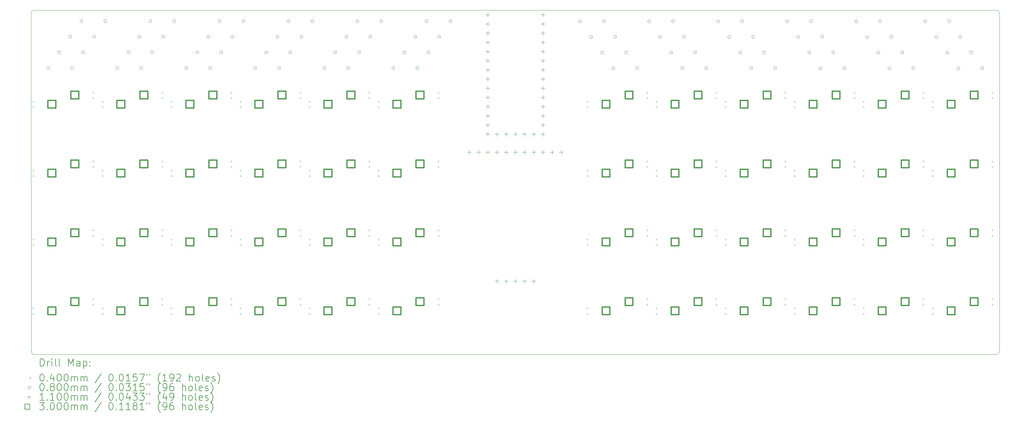
<source format=gbr>
%FSLAX45Y45*%
G04 Gerber Fmt 4.5, Leading zero omitted, Abs format (unit mm)*
G04 Created by KiCad (PCBNEW (6.0.4-0)) date 2022-06-19 23:04:29*
%MOMM*%
%LPD*%
G01*
G04 APERTURE LIST*
%TA.AperFunction,Profile*%
%ADD10C,0.100000*%
%TD*%
%ADD11C,0.200000*%
%ADD12C,0.040000*%
%ADD13C,0.080000*%
%ADD14C,0.110000*%
%ADD15C,0.300000*%
G04 APERTURE END LIST*
D10*
X8208282Y-8916942D02*
X8209280Y-18265140D01*
X34931228Y-8916942D02*
G75*
G03*
X34842331Y-8828042I-88898J2D01*
G01*
X34931231Y-8916942D02*
X34931231Y-18266138D01*
X34842323Y-18355038D02*
X8298180Y-18354040D01*
X34842323Y-8828042D02*
X8297182Y-8828042D01*
X34842331Y-18355041D02*
G75*
G03*
X34931231Y-18266138I-1J88901D01*
G01*
X8209280Y-18265140D02*
G75*
G03*
X8298180Y-18354040I88900J0D01*
G01*
X8297182Y-8828042D02*
G75*
G03*
X8208282Y-8916942I-2J-88898D01*
G01*
D11*
D12*
X8252620Y-11336340D02*
X8292620Y-11376340D01*
X8292620Y-11336340D02*
X8252620Y-11376340D01*
X8252620Y-11488740D02*
X8292620Y-11528740D01*
X8292620Y-11488740D02*
X8252620Y-11528740D01*
X8252620Y-13241340D02*
X8292620Y-13281340D01*
X8292620Y-13241340D02*
X8252620Y-13281340D01*
X8252620Y-13393740D02*
X8292620Y-13433740D01*
X8292620Y-13393740D02*
X8252620Y-13433740D01*
X8252620Y-15146340D02*
X8292620Y-15186340D01*
X8292620Y-15146340D02*
X8252620Y-15186340D01*
X8252620Y-15298740D02*
X8292620Y-15338740D01*
X8292620Y-15298740D02*
X8252620Y-15338740D01*
X8252620Y-17051340D02*
X8292620Y-17091340D01*
X8292620Y-17051340D02*
X8252620Y-17091340D01*
X8252620Y-17203740D02*
X8292620Y-17243740D01*
X8292620Y-17203740D02*
X8252620Y-17243740D01*
X9903620Y-11082340D02*
X9943620Y-11122340D01*
X9943620Y-11082340D02*
X9903620Y-11122340D01*
X9903620Y-11234740D02*
X9943620Y-11274740D01*
X9943620Y-11234740D02*
X9903620Y-11274740D01*
X9903620Y-12987340D02*
X9943620Y-13027340D01*
X9943620Y-12987340D02*
X9903620Y-13027340D01*
X9903620Y-13139740D02*
X9943620Y-13179740D01*
X9943620Y-13139740D02*
X9903620Y-13179740D01*
X9903620Y-14892340D02*
X9943620Y-14932340D01*
X9943620Y-14892340D02*
X9903620Y-14932340D01*
X9903620Y-15044740D02*
X9943620Y-15084740D01*
X9943620Y-15044740D02*
X9903620Y-15084740D01*
X9903620Y-16797340D02*
X9943620Y-16837340D01*
X9943620Y-16797340D02*
X9903620Y-16837340D01*
X9903620Y-16949740D02*
X9943620Y-16989740D01*
X9943620Y-16949740D02*
X9903620Y-16989740D01*
X10157620Y-11336340D02*
X10197620Y-11376340D01*
X10197620Y-11336340D02*
X10157620Y-11376340D01*
X10157620Y-11488740D02*
X10197620Y-11528740D01*
X10197620Y-11488740D02*
X10157620Y-11528740D01*
X10157620Y-13241340D02*
X10197620Y-13281340D01*
X10197620Y-13241340D02*
X10157620Y-13281340D01*
X10157620Y-13393740D02*
X10197620Y-13433740D01*
X10197620Y-13393740D02*
X10157620Y-13433740D01*
X10157620Y-15146340D02*
X10197620Y-15186340D01*
X10197620Y-15146340D02*
X10157620Y-15186340D01*
X10157620Y-15298740D02*
X10197620Y-15338740D01*
X10197620Y-15298740D02*
X10157620Y-15338740D01*
X10157620Y-17051340D02*
X10197620Y-17091340D01*
X10197620Y-17051340D02*
X10157620Y-17091340D01*
X10157620Y-17203740D02*
X10197620Y-17243740D01*
X10197620Y-17203740D02*
X10157620Y-17243740D01*
X11808620Y-11082340D02*
X11848620Y-11122340D01*
X11848620Y-11082340D02*
X11808620Y-11122340D01*
X11808620Y-11234740D02*
X11848620Y-11274740D01*
X11848620Y-11234740D02*
X11808620Y-11274740D01*
X11808620Y-12987340D02*
X11848620Y-13027340D01*
X11848620Y-12987340D02*
X11808620Y-13027340D01*
X11808620Y-13139740D02*
X11848620Y-13179740D01*
X11848620Y-13139740D02*
X11808620Y-13179740D01*
X11808620Y-14892340D02*
X11848620Y-14932340D01*
X11848620Y-14892340D02*
X11808620Y-14932340D01*
X11808620Y-15044740D02*
X11848620Y-15084740D01*
X11848620Y-15044740D02*
X11808620Y-15084740D01*
X11808620Y-16797340D02*
X11848620Y-16837340D01*
X11848620Y-16797340D02*
X11808620Y-16837340D01*
X11808620Y-16949740D02*
X11848620Y-16989740D01*
X11848620Y-16949740D02*
X11808620Y-16989740D01*
X12062620Y-11336340D02*
X12102620Y-11376340D01*
X12102620Y-11336340D02*
X12062620Y-11376340D01*
X12062620Y-11488740D02*
X12102620Y-11528740D01*
X12102620Y-11488740D02*
X12062620Y-11528740D01*
X12062620Y-13241340D02*
X12102620Y-13281340D01*
X12102620Y-13241340D02*
X12062620Y-13281340D01*
X12062620Y-13393740D02*
X12102620Y-13433740D01*
X12102620Y-13393740D02*
X12062620Y-13433740D01*
X12062620Y-15146340D02*
X12102620Y-15186340D01*
X12102620Y-15146340D02*
X12062620Y-15186340D01*
X12062620Y-15298740D02*
X12102620Y-15338740D01*
X12102620Y-15298740D02*
X12062620Y-15338740D01*
X12062620Y-17051340D02*
X12102620Y-17091340D01*
X12102620Y-17051340D02*
X12062620Y-17091340D01*
X12062620Y-17203740D02*
X12102620Y-17243740D01*
X12102620Y-17203740D02*
X12062620Y-17243740D01*
X13713620Y-11082340D02*
X13753620Y-11122340D01*
X13753620Y-11082340D02*
X13713620Y-11122340D01*
X13713620Y-11234740D02*
X13753620Y-11274740D01*
X13753620Y-11234740D02*
X13713620Y-11274740D01*
X13713620Y-12987340D02*
X13753620Y-13027340D01*
X13753620Y-12987340D02*
X13713620Y-13027340D01*
X13713620Y-13139740D02*
X13753620Y-13179740D01*
X13753620Y-13139740D02*
X13713620Y-13179740D01*
X13713620Y-14892340D02*
X13753620Y-14932340D01*
X13753620Y-14892340D02*
X13713620Y-14932340D01*
X13713620Y-15044740D02*
X13753620Y-15084740D01*
X13753620Y-15044740D02*
X13713620Y-15084740D01*
X13713620Y-16797340D02*
X13753620Y-16837340D01*
X13753620Y-16797340D02*
X13713620Y-16837340D01*
X13713620Y-16949740D02*
X13753620Y-16989740D01*
X13753620Y-16949740D02*
X13713620Y-16989740D01*
X13967620Y-11336340D02*
X14007620Y-11376340D01*
X14007620Y-11336340D02*
X13967620Y-11376340D01*
X13967620Y-11488740D02*
X14007620Y-11528740D01*
X14007620Y-11488740D02*
X13967620Y-11528740D01*
X13967620Y-13241340D02*
X14007620Y-13281340D01*
X14007620Y-13241340D02*
X13967620Y-13281340D01*
X13967620Y-13393740D02*
X14007620Y-13433740D01*
X14007620Y-13393740D02*
X13967620Y-13433740D01*
X13967620Y-15146340D02*
X14007620Y-15186340D01*
X14007620Y-15146340D02*
X13967620Y-15186340D01*
X13967620Y-15298740D02*
X14007620Y-15338740D01*
X14007620Y-15298740D02*
X13967620Y-15338740D01*
X13967620Y-17051340D02*
X14007620Y-17091340D01*
X14007620Y-17051340D02*
X13967620Y-17091340D01*
X13967620Y-17203740D02*
X14007620Y-17243740D01*
X14007620Y-17203740D02*
X13967620Y-17243740D01*
X15618620Y-11082340D02*
X15658620Y-11122340D01*
X15658620Y-11082340D02*
X15618620Y-11122340D01*
X15618620Y-11234740D02*
X15658620Y-11274740D01*
X15658620Y-11234740D02*
X15618620Y-11274740D01*
X15618620Y-12987340D02*
X15658620Y-13027340D01*
X15658620Y-12987340D02*
X15618620Y-13027340D01*
X15618620Y-13139740D02*
X15658620Y-13179740D01*
X15658620Y-13139740D02*
X15618620Y-13179740D01*
X15618620Y-14892340D02*
X15658620Y-14932340D01*
X15658620Y-14892340D02*
X15618620Y-14932340D01*
X15618620Y-15044740D02*
X15658620Y-15084740D01*
X15658620Y-15044740D02*
X15618620Y-15084740D01*
X15618620Y-16797340D02*
X15658620Y-16837340D01*
X15658620Y-16797340D02*
X15618620Y-16837340D01*
X15618620Y-16949740D02*
X15658620Y-16989740D01*
X15658620Y-16949740D02*
X15618620Y-16989740D01*
X15872620Y-11336340D02*
X15912620Y-11376340D01*
X15912620Y-11336340D02*
X15872620Y-11376340D01*
X15872620Y-11488740D02*
X15912620Y-11528740D01*
X15912620Y-11488740D02*
X15872620Y-11528740D01*
X15872620Y-13241340D02*
X15912620Y-13281340D01*
X15912620Y-13241340D02*
X15872620Y-13281340D01*
X15872620Y-13393740D02*
X15912620Y-13433740D01*
X15912620Y-13393740D02*
X15872620Y-13433740D01*
X15872620Y-15146340D02*
X15912620Y-15186340D01*
X15912620Y-15146340D02*
X15872620Y-15186340D01*
X15872620Y-15298740D02*
X15912620Y-15338740D01*
X15912620Y-15298740D02*
X15872620Y-15338740D01*
X15872620Y-17051340D02*
X15912620Y-17091340D01*
X15912620Y-17051340D02*
X15872620Y-17091340D01*
X15872620Y-17203740D02*
X15912620Y-17243740D01*
X15912620Y-17203740D02*
X15872620Y-17243740D01*
X17523620Y-11082340D02*
X17563620Y-11122340D01*
X17563620Y-11082340D02*
X17523620Y-11122340D01*
X17523620Y-11234740D02*
X17563620Y-11274740D01*
X17563620Y-11234740D02*
X17523620Y-11274740D01*
X17523620Y-12987340D02*
X17563620Y-13027340D01*
X17563620Y-12987340D02*
X17523620Y-13027340D01*
X17523620Y-13139740D02*
X17563620Y-13179740D01*
X17563620Y-13139740D02*
X17523620Y-13179740D01*
X17523620Y-14892340D02*
X17563620Y-14932340D01*
X17563620Y-14892340D02*
X17523620Y-14932340D01*
X17523620Y-15044740D02*
X17563620Y-15084740D01*
X17563620Y-15044740D02*
X17523620Y-15084740D01*
X17523620Y-16797340D02*
X17563620Y-16837340D01*
X17563620Y-16797340D02*
X17523620Y-16837340D01*
X17523620Y-16949740D02*
X17563620Y-16989740D01*
X17563620Y-16949740D02*
X17523620Y-16989740D01*
X17777620Y-11336340D02*
X17817620Y-11376340D01*
X17817620Y-11336340D02*
X17777620Y-11376340D01*
X17777620Y-11488740D02*
X17817620Y-11528740D01*
X17817620Y-11488740D02*
X17777620Y-11528740D01*
X17777620Y-13241340D02*
X17817620Y-13281340D01*
X17817620Y-13241340D02*
X17777620Y-13281340D01*
X17777620Y-13393740D02*
X17817620Y-13433740D01*
X17817620Y-13393740D02*
X17777620Y-13433740D01*
X17777620Y-15146340D02*
X17817620Y-15186340D01*
X17817620Y-15146340D02*
X17777620Y-15186340D01*
X17777620Y-15298740D02*
X17817620Y-15338740D01*
X17817620Y-15298740D02*
X17777620Y-15338740D01*
X17777620Y-17051340D02*
X17817620Y-17091340D01*
X17817620Y-17051340D02*
X17777620Y-17091340D01*
X17777620Y-17203740D02*
X17817620Y-17243740D01*
X17817620Y-17203740D02*
X17777620Y-17243740D01*
X19428620Y-11082340D02*
X19468620Y-11122340D01*
X19468620Y-11082340D02*
X19428620Y-11122340D01*
X19428620Y-11234740D02*
X19468620Y-11274740D01*
X19468620Y-11234740D02*
X19428620Y-11274740D01*
X19428620Y-12987340D02*
X19468620Y-13027340D01*
X19468620Y-12987340D02*
X19428620Y-13027340D01*
X19428620Y-13139740D02*
X19468620Y-13179740D01*
X19468620Y-13139740D02*
X19428620Y-13179740D01*
X19428620Y-14892340D02*
X19468620Y-14932340D01*
X19468620Y-14892340D02*
X19428620Y-14932340D01*
X19428620Y-15044740D02*
X19468620Y-15084740D01*
X19468620Y-15044740D02*
X19428620Y-15084740D01*
X19428620Y-16797340D02*
X19468620Y-16837340D01*
X19468620Y-16797340D02*
X19428620Y-16837340D01*
X19428620Y-16949740D02*
X19468620Y-16989740D01*
X19468620Y-16949740D02*
X19428620Y-16989740D01*
X23543580Y-11336340D02*
X23583580Y-11376340D01*
X23583580Y-11336340D02*
X23543580Y-11376340D01*
X23543580Y-11488740D02*
X23583580Y-11528740D01*
X23583580Y-11488740D02*
X23543580Y-11528740D01*
X23543580Y-13241340D02*
X23583580Y-13281340D01*
X23583580Y-13241340D02*
X23543580Y-13281340D01*
X23543580Y-13393740D02*
X23583580Y-13433740D01*
X23583580Y-13393740D02*
X23543580Y-13433740D01*
X23543580Y-15146340D02*
X23583580Y-15186340D01*
X23583580Y-15146340D02*
X23543580Y-15186340D01*
X23543580Y-15298740D02*
X23583580Y-15338740D01*
X23583580Y-15298740D02*
X23543580Y-15338740D01*
X23543580Y-17051340D02*
X23583580Y-17091340D01*
X23583580Y-17051340D02*
X23543580Y-17091340D01*
X23543580Y-17203740D02*
X23583580Y-17243740D01*
X23583580Y-17203740D02*
X23543580Y-17243740D01*
X25194580Y-11082340D02*
X25234580Y-11122340D01*
X25234580Y-11082340D02*
X25194580Y-11122340D01*
X25194580Y-11234740D02*
X25234580Y-11274740D01*
X25234580Y-11234740D02*
X25194580Y-11274740D01*
X25194580Y-12987340D02*
X25234580Y-13027340D01*
X25234580Y-12987340D02*
X25194580Y-13027340D01*
X25194580Y-13139740D02*
X25234580Y-13179740D01*
X25234580Y-13139740D02*
X25194580Y-13179740D01*
X25194580Y-14892340D02*
X25234580Y-14932340D01*
X25234580Y-14892340D02*
X25194580Y-14932340D01*
X25194580Y-15044740D02*
X25234580Y-15084740D01*
X25234580Y-15044740D02*
X25194580Y-15084740D01*
X25194580Y-16797340D02*
X25234580Y-16837340D01*
X25234580Y-16797340D02*
X25194580Y-16837340D01*
X25194580Y-16949740D02*
X25234580Y-16989740D01*
X25234580Y-16949740D02*
X25194580Y-16989740D01*
X25448580Y-11336340D02*
X25488580Y-11376340D01*
X25488580Y-11336340D02*
X25448580Y-11376340D01*
X25448580Y-11488740D02*
X25488580Y-11528740D01*
X25488580Y-11488740D02*
X25448580Y-11528740D01*
X25448580Y-13241340D02*
X25488580Y-13281340D01*
X25488580Y-13241340D02*
X25448580Y-13281340D01*
X25448580Y-13393740D02*
X25488580Y-13433740D01*
X25488580Y-13393740D02*
X25448580Y-13433740D01*
X25448580Y-15146340D02*
X25488580Y-15186340D01*
X25488580Y-15146340D02*
X25448580Y-15186340D01*
X25448580Y-15298740D02*
X25488580Y-15338740D01*
X25488580Y-15298740D02*
X25448580Y-15338740D01*
X25448580Y-17051340D02*
X25488580Y-17091340D01*
X25488580Y-17051340D02*
X25448580Y-17091340D01*
X25448580Y-17203740D02*
X25488580Y-17243740D01*
X25488580Y-17203740D02*
X25448580Y-17243740D01*
X27099580Y-11082340D02*
X27139580Y-11122340D01*
X27139580Y-11082340D02*
X27099580Y-11122340D01*
X27099580Y-11234740D02*
X27139580Y-11274740D01*
X27139580Y-11234740D02*
X27099580Y-11274740D01*
X27099580Y-12987340D02*
X27139580Y-13027340D01*
X27139580Y-12987340D02*
X27099580Y-13027340D01*
X27099580Y-13139740D02*
X27139580Y-13179740D01*
X27139580Y-13139740D02*
X27099580Y-13179740D01*
X27099580Y-14892340D02*
X27139580Y-14932340D01*
X27139580Y-14892340D02*
X27099580Y-14932340D01*
X27099580Y-15044740D02*
X27139580Y-15084740D01*
X27139580Y-15044740D02*
X27099580Y-15084740D01*
X27099580Y-16797340D02*
X27139580Y-16837340D01*
X27139580Y-16797340D02*
X27099580Y-16837340D01*
X27099580Y-16949740D02*
X27139580Y-16989740D01*
X27139580Y-16949740D02*
X27099580Y-16989740D01*
X27353580Y-11336340D02*
X27393580Y-11376340D01*
X27393580Y-11336340D02*
X27353580Y-11376340D01*
X27353580Y-11488740D02*
X27393580Y-11528740D01*
X27393580Y-11488740D02*
X27353580Y-11528740D01*
X27353580Y-13241340D02*
X27393580Y-13281340D01*
X27393580Y-13241340D02*
X27353580Y-13281340D01*
X27353580Y-13393740D02*
X27393580Y-13433740D01*
X27393580Y-13393740D02*
X27353580Y-13433740D01*
X27353580Y-15146340D02*
X27393580Y-15186340D01*
X27393580Y-15146340D02*
X27353580Y-15186340D01*
X27353580Y-15298740D02*
X27393580Y-15338740D01*
X27393580Y-15298740D02*
X27353580Y-15338740D01*
X27353580Y-17051340D02*
X27393580Y-17091340D01*
X27393580Y-17051340D02*
X27353580Y-17091340D01*
X27353580Y-17203740D02*
X27393580Y-17243740D01*
X27393580Y-17203740D02*
X27353580Y-17243740D01*
X29004580Y-11082340D02*
X29044580Y-11122340D01*
X29044580Y-11082340D02*
X29004580Y-11122340D01*
X29004580Y-11234740D02*
X29044580Y-11274740D01*
X29044580Y-11234740D02*
X29004580Y-11274740D01*
X29004580Y-12987340D02*
X29044580Y-13027340D01*
X29044580Y-12987340D02*
X29004580Y-13027340D01*
X29004580Y-13139740D02*
X29044580Y-13179740D01*
X29044580Y-13139740D02*
X29004580Y-13179740D01*
X29004580Y-14892340D02*
X29044580Y-14932340D01*
X29044580Y-14892340D02*
X29004580Y-14932340D01*
X29004580Y-15044740D02*
X29044580Y-15084740D01*
X29044580Y-15044740D02*
X29004580Y-15084740D01*
X29004580Y-16797340D02*
X29044580Y-16837340D01*
X29044580Y-16797340D02*
X29004580Y-16837340D01*
X29004580Y-16949740D02*
X29044580Y-16989740D01*
X29044580Y-16949740D02*
X29004580Y-16989740D01*
X29258580Y-11336340D02*
X29298580Y-11376340D01*
X29298580Y-11336340D02*
X29258580Y-11376340D01*
X29258580Y-11488740D02*
X29298580Y-11528740D01*
X29298580Y-11488740D02*
X29258580Y-11528740D01*
X29258580Y-13241340D02*
X29298580Y-13281340D01*
X29298580Y-13241340D02*
X29258580Y-13281340D01*
X29258580Y-13393740D02*
X29298580Y-13433740D01*
X29298580Y-13393740D02*
X29258580Y-13433740D01*
X29258580Y-15146340D02*
X29298580Y-15186340D01*
X29298580Y-15146340D02*
X29258580Y-15186340D01*
X29258580Y-15298740D02*
X29298580Y-15338740D01*
X29298580Y-15298740D02*
X29258580Y-15338740D01*
X29258580Y-17051340D02*
X29298580Y-17091340D01*
X29298580Y-17051340D02*
X29258580Y-17091340D01*
X29258580Y-17203740D02*
X29298580Y-17243740D01*
X29298580Y-17203740D02*
X29258580Y-17243740D01*
X30909580Y-11082340D02*
X30949580Y-11122340D01*
X30949580Y-11082340D02*
X30909580Y-11122340D01*
X30909580Y-11234740D02*
X30949580Y-11274740D01*
X30949580Y-11234740D02*
X30909580Y-11274740D01*
X30909580Y-12987340D02*
X30949580Y-13027340D01*
X30949580Y-12987340D02*
X30909580Y-13027340D01*
X30909580Y-13139740D02*
X30949580Y-13179740D01*
X30949580Y-13139740D02*
X30909580Y-13179740D01*
X30909580Y-14892340D02*
X30949580Y-14932340D01*
X30949580Y-14892340D02*
X30909580Y-14932340D01*
X30909580Y-15044740D02*
X30949580Y-15084740D01*
X30949580Y-15044740D02*
X30909580Y-15084740D01*
X30909580Y-16797340D02*
X30949580Y-16837340D01*
X30949580Y-16797340D02*
X30909580Y-16837340D01*
X30909580Y-16949740D02*
X30949580Y-16989740D01*
X30949580Y-16949740D02*
X30909580Y-16989740D01*
X31163580Y-11336340D02*
X31203580Y-11376340D01*
X31203580Y-11336340D02*
X31163580Y-11376340D01*
X31163580Y-11488740D02*
X31203580Y-11528740D01*
X31203580Y-11488740D02*
X31163580Y-11528740D01*
X31163580Y-13241340D02*
X31203580Y-13281340D01*
X31203580Y-13241340D02*
X31163580Y-13281340D01*
X31163580Y-13393740D02*
X31203580Y-13433740D01*
X31203580Y-13393740D02*
X31163580Y-13433740D01*
X31163580Y-15146340D02*
X31203580Y-15186340D01*
X31203580Y-15146340D02*
X31163580Y-15186340D01*
X31163580Y-15298740D02*
X31203580Y-15338740D01*
X31203580Y-15298740D02*
X31163580Y-15338740D01*
X31163580Y-17051340D02*
X31203580Y-17091340D01*
X31203580Y-17051340D02*
X31163580Y-17091340D01*
X31163580Y-17203740D02*
X31203580Y-17243740D01*
X31203580Y-17203740D02*
X31163580Y-17243740D01*
X32814580Y-11082340D02*
X32854580Y-11122340D01*
X32854580Y-11082340D02*
X32814580Y-11122340D01*
X32814580Y-11234740D02*
X32854580Y-11274740D01*
X32854580Y-11234740D02*
X32814580Y-11274740D01*
X32814580Y-12987340D02*
X32854580Y-13027340D01*
X32854580Y-12987340D02*
X32814580Y-13027340D01*
X32814580Y-13139740D02*
X32854580Y-13179740D01*
X32854580Y-13139740D02*
X32814580Y-13179740D01*
X32814580Y-14892340D02*
X32854580Y-14932340D01*
X32854580Y-14892340D02*
X32814580Y-14932340D01*
X32814580Y-15044740D02*
X32854580Y-15084740D01*
X32854580Y-15044740D02*
X32814580Y-15084740D01*
X32814580Y-16797340D02*
X32854580Y-16837340D01*
X32854580Y-16797340D02*
X32814580Y-16837340D01*
X32814580Y-16949740D02*
X32854580Y-16989740D01*
X32854580Y-16949740D02*
X32814580Y-16989740D01*
X33068580Y-11336340D02*
X33108580Y-11376340D01*
X33108580Y-11336340D02*
X33068580Y-11376340D01*
X33068580Y-11488740D02*
X33108580Y-11528740D01*
X33108580Y-11488740D02*
X33068580Y-11528740D01*
X33068580Y-13241340D02*
X33108580Y-13281340D01*
X33108580Y-13241340D02*
X33068580Y-13281340D01*
X33068580Y-13393740D02*
X33108580Y-13433740D01*
X33108580Y-13393740D02*
X33068580Y-13433740D01*
X33068580Y-15146340D02*
X33108580Y-15186340D01*
X33108580Y-15146340D02*
X33068580Y-15186340D01*
X33068580Y-15298740D02*
X33108580Y-15338740D01*
X33108580Y-15298740D02*
X33068580Y-15338740D01*
X33068580Y-17051340D02*
X33108580Y-17091340D01*
X33108580Y-17051340D02*
X33068580Y-17091340D01*
X33068580Y-17203740D02*
X33108580Y-17243740D01*
X33108580Y-17203740D02*
X33068580Y-17243740D01*
X34719580Y-11082340D02*
X34759580Y-11122340D01*
X34759580Y-11082340D02*
X34719580Y-11122340D01*
X34719580Y-11234740D02*
X34759580Y-11274740D01*
X34759580Y-11234740D02*
X34719580Y-11274740D01*
X34719580Y-12987340D02*
X34759580Y-13027340D01*
X34759580Y-12987340D02*
X34719580Y-13027340D01*
X34719580Y-13139740D02*
X34759580Y-13179740D01*
X34759580Y-13139740D02*
X34719580Y-13179740D01*
X34719580Y-14892340D02*
X34759580Y-14932340D01*
X34759580Y-14892340D02*
X34719580Y-14932340D01*
X34719580Y-15044740D02*
X34759580Y-15084740D01*
X34759580Y-15044740D02*
X34719580Y-15084740D01*
X34719580Y-16797340D02*
X34759580Y-16837340D01*
X34759580Y-16797340D02*
X34719580Y-16837340D01*
X34719580Y-16949740D02*
X34759580Y-16989740D01*
X34759580Y-16949740D02*
X34719580Y-16989740D01*
D13*
X8719220Y-10430764D02*
G75*
G03*
X8719220Y-10430764I-40000J0D01*
G01*
X9024020Y-9997948D02*
G75*
G03*
X9024020Y-9997948I-40000J0D01*
G01*
X9328820Y-9565132D02*
G75*
G03*
X9328820Y-9565132I-40000J0D01*
G01*
X9379220Y-10425764D02*
G75*
G03*
X9379220Y-10425764I-40000J0D01*
G01*
X9633620Y-9132316D02*
G75*
G03*
X9633620Y-9132316I-40000J0D01*
G01*
X9684020Y-9992948D02*
G75*
G03*
X9684020Y-9992948I-40000J0D01*
G01*
X9988820Y-9560132D02*
G75*
G03*
X9988820Y-9560132I-40000J0D01*
G01*
X10293620Y-9127316D02*
G75*
G03*
X10293620Y-9127316I-40000J0D01*
G01*
X10624220Y-10430764D02*
G75*
G03*
X10624220Y-10430764I-40000J0D01*
G01*
X10929020Y-9997948D02*
G75*
G03*
X10929020Y-9997948I-40000J0D01*
G01*
X11233820Y-9565132D02*
G75*
G03*
X11233820Y-9565132I-40000J0D01*
G01*
X11284220Y-10425764D02*
G75*
G03*
X11284220Y-10425764I-40000J0D01*
G01*
X11538620Y-9132316D02*
G75*
G03*
X11538620Y-9132316I-40000J0D01*
G01*
X11589020Y-9992948D02*
G75*
G03*
X11589020Y-9992948I-40000J0D01*
G01*
X11893820Y-9560132D02*
G75*
G03*
X11893820Y-9560132I-40000J0D01*
G01*
X12198620Y-9127316D02*
G75*
G03*
X12198620Y-9127316I-40000J0D01*
G01*
X12529220Y-10430764D02*
G75*
G03*
X12529220Y-10430764I-40000J0D01*
G01*
X12834020Y-9997948D02*
G75*
G03*
X12834020Y-9997948I-40000J0D01*
G01*
X13138820Y-9565132D02*
G75*
G03*
X13138820Y-9565132I-40000J0D01*
G01*
X13189220Y-10425764D02*
G75*
G03*
X13189220Y-10425764I-40000J0D01*
G01*
X13443620Y-9132316D02*
G75*
G03*
X13443620Y-9132316I-40000J0D01*
G01*
X13494020Y-9992948D02*
G75*
G03*
X13494020Y-9992948I-40000J0D01*
G01*
X13798820Y-9560132D02*
G75*
G03*
X13798820Y-9560132I-40000J0D01*
G01*
X14103620Y-9127316D02*
G75*
G03*
X14103620Y-9127316I-40000J0D01*
G01*
X14434220Y-10430764D02*
G75*
G03*
X14434220Y-10430764I-40000J0D01*
G01*
X14739020Y-9997948D02*
G75*
G03*
X14739020Y-9997948I-40000J0D01*
G01*
X15043820Y-9565132D02*
G75*
G03*
X15043820Y-9565132I-40000J0D01*
G01*
X15094220Y-10425764D02*
G75*
G03*
X15094220Y-10425764I-40000J0D01*
G01*
X15348620Y-9132316D02*
G75*
G03*
X15348620Y-9132316I-40000J0D01*
G01*
X15399020Y-9992948D02*
G75*
G03*
X15399020Y-9992948I-40000J0D01*
G01*
X15703820Y-9560132D02*
G75*
G03*
X15703820Y-9560132I-40000J0D01*
G01*
X16008620Y-9127316D02*
G75*
G03*
X16008620Y-9127316I-40000J0D01*
G01*
X16339220Y-10430764D02*
G75*
G03*
X16339220Y-10430764I-40000J0D01*
G01*
X16644020Y-9997948D02*
G75*
G03*
X16644020Y-9997948I-40000J0D01*
G01*
X16948820Y-9565132D02*
G75*
G03*
X16948820Y-9565132I-40000J0D01*
G01*
X16999220Y-10425764D02*
G75*
G03*
X16999220Y-10425764I-40000J0D01*
G01*
X17253620Y-9132316D02*
G75*
G03*
X17253620Y-9132316I-40000J0D01*
G01*
X17304020Y-9992948D02*
G75*
G03*
X17304020Y-9992948I-40000J0D01*
G01*
X17608820Y-9560132D02*
G75*
G03*
X17608820Y-9560132I-40000J0D01*
G01*
X17913620Y-9127316D02*
G75*
G03*
X17913620Y-9127316I-40000J0D01*
G01*
X18244220Y-10430764D02*
G75*
G03*
X18244220Y-10430764I-40000J0D01*
G01*
X18549020Y-9997948D02*
G75*
G03*
X18549020Y-9997948I-40000J0D01*
G01*
X18853820Y-9565132D02*
G75*
G03*
X18853820Y-9565132I-40000J0D01*
G01*
X18904220Y-10425764D02*
G75*
G03*
X18904220Y-10425764I-40000J0D01*
G01*
X19158620Y-9132316D02*
G75*
G03*
X19158620Y-9132316I-40000J0D01*
G01*
X19209020Y-9992948D02*
G75*
G03*
X19209020Y-9992948I-40000J0D01*
G01*
X19513820Y-9560132D02*
G75*
G03*
X19513820Y-9560132I-40000J0D01*
G01*
X19818620Y-9127316D02*
G75*
G03*
X19818620Y-9127316I-40000J0D01*
G01*
X23400580Y-9137316D02*
G75*
G03*
X23400580Y-9137316I-40000J0D01*
G01*
X23705380Y-9570132D02*
G75*
G03*
X23705380Y-9570132I-40000J0D01*
G01*
X24010180Y-10002948D02*
G75*
G03*
X24010180Y-10002948I-40000J0D01*
G01*
X24060580Y-9132316D02*
G75*
G03*
X24060580Y-9132316I-40000J0D01*
G01*
X24314980Y-10435764D02*
G75*
G03*
X24314980Y-10435764I-40000J0D01*
G01*
X24365380Y-9565132D02*
G75*
G03*
X24365380Y-9565132I-40000J0D01*
G01*
X24670180Y-9997948D02*
G75*
G03*
X24670180Y-9997948I-40000J0D01*
G01*
X24974980Y-10430764D02*
G75*
G03*
X24974980Y-10430764I-40000J0D01*
G01*
X25305580Y-9137316D02*
G75*
G03*
X25305580Y-9137316I-40000J0D01*
G01*
X25610380Y-9570132D02*
G75*
G03*
X25610380Y-9570132I-40000J0D01*
G01*
X25915180Y-10002948D02*
G75*
G03*
X25915180Y-10002948I-40000J0D01*
G01*
X25965580Y-9132316D02*
G75*
G03*
X25965580Y-9132316I-40000J0D01*
G01*
X26219980Y-10435764D02*
G75*
G03*
X26219980Y-10435764I-40000J0D01*
G01*
X26270380Y-9565132D02*
G75*
G03*
X26270380Y-9565132I-40000J0D01*
G01*
X26575180Y-9997948D02*
G75*
G03*
X26575180Y-9997948I-40000J0D01*
G01*
X26879980Y-10430764D02*
G75*
G03*
X26879980Y-10430764I-40000J0D01*
G01*
X27210580Y-9137316D02*
G75*
G03*
X27210580Y-9137316I-40000J0D01*
G01*
X27515380Y-9570132D02*
G75*
G03*
X27515380Y-9570132I-40000J0D01*
G01*
X27820180Y-10002948D02*
G75*
G03*
X27820180Y-10002948I-40000J0D01*
G01*
X27870580Y-9132316D02*
G75*
G03*
X27870580Y-9132316I-40000J0D01*
G01*
X28124980Y-10435764D02*
G75*
G03*
X28124980Y-10435764I-40000J0D01*
G01*
X28175380Y-9565132D02*
G75*
G03*
X28175380Y-9565132I-40000J0D01*
G01*
X28480180Y-9997948D02*
G75*
G03*
X28480180Y-9997948I-40000J0D01*
G01*
X28784980Y-10430764D02*
G75*
G03*
X28784980Y-10430764I-40000J0D01*
G01*
X29115580Y-9137316D02*
G75*
G03*
X29115580Y-9137316I-40000J0D01*
G01*
X29420380Y-9570132D02*
G75*
G03*
X29420380Y-9570132I-40000J0D01*
G01*
X29725180Y-10002948D02*
G75*
G03*
X29725180Y-10002948I-40000J0D01*
G01*
X29775580Y-9132316D02*
G75*
G03*
X29775580Y-9132316I-40000J0D01*
G01*
X30029980Y-10435764D02*
G75*
G03*
X30029980Y-10435764I-40000J0D01*
G01*
X30080380Y-9565132D02*
G75*
G03*
X30080380Y-9565132I-40000J0D01*
G01*
X30385180Y-9997948D02*
G75*
G03*
X30385180Y-9997948I-40000J0D01*
G01*
X30689980Y-10430764D02*
G75*
G03*
X30689980Y-10430764I-40000J0D01*
G01*
X31020580Y-9137316D02*
G75*
G03*
X31020580Y-9137316I-40000J0D01*
G01*
X31325380Y-9570132D02*
G75*
G03*
X31325380Y-9570132I-40000J0D01*
G01*
X31630180Y-10002948D02*
G75*
G03*
X31630180Y-10002948I-40000J0D01*
G01*
X31680580Y-9132316D02*
G75*
G03*
X31680580Y-9132316I-40000J0D01*
G01*
X31934980Y-10435764D02*
G75*
G03*
X31934980Y-10435764I-40000J0D01*
G01*
X31985380Y-9565132D02*
G75*
G03*
X31985380Y-9565132I-40000J0D01*
G01*
X32290180Y-9997948D02*
G75*
G03*
X32290180Y-9997948I-40000J0D01*
G01*
X32594980Y-10430764D02*
G75*
G03*
X32594980Y-10430764I-40000J0D01*
G01*
X32925580Y-9137316D02*
G75*
G03*
X32925580Y-9137316I-40000J0D01*
G01*
X33230380Y-9570132D02*
G75*
G03*
X33230380Y-9570132I-40000J0D01*
G01*
X33535180Y-10002948D02*
G75*
G03*
X33535180Y-10002948I-40000J0D01*
G01*
X33585580Y-9132316D02*
G75*
G03*
X33585580Y-9132316I-40000J0D01*
G01*
X33839980Y-10435764D02*
G75*
G03*
X33839980Y-10435764I-40000J0D01*
G01*
X33890380Y-9565132D02*
G75*
G03*
X33890380Y-9565132I-40000J0D01*
G01*
X34195180Y-9997948D02*
G75*
G03*
X34195180Y-9997948I-40000J0D01*
G01*
X34499980Y-10430764D02*
G75*
G03*
X34499980Y-10430764I-40000J0D01*
G01*
D14*
X20299520Y-12700976D02*
X20299520Y-12810976D01*
X20244520Y-12755976D02*
X20354520Y-12755976D01*
X20553520Y-12700976D02*
X20553520Y-12810976D01*
X20498520Y-12755976D02*
X20608520Y-12755976D01*
X20807520Y-8901040D02*
X20807520Y-9011040D01*
X20752520Y-8956040D02*
X20862520Y-8956040D01*
X20807520Y-9155040D02*
X20807520Y-9265040D01*
X20752520Y-9210040D02*
X20862520Y-9210040D01*
X20807520Y-9409040D02*
X20807520Y-9519040D01*
X20752520Y-9464040D02*
X20862520Y-9464040D01*
X20807520Y-9663040D02*
X20807520Y-9773040D01*
X20752520Y-9718040D02*
X20862520Y-9718040D01*
X20807520Y-9917040D02*
X20807520Y-10027040D01*
X20752520Y-9972040D02*
X20862520Y-9972040D01*
X20807520Y-10171040D02*
X20807520Y-10281040D01*
X20752520Y-10226040D02*
X20862520Y-10226040D01*
X20807520Y-10425040D02*
X20807520Y-10535040D01*
X20752520Y-10480040D02*
X20862520Y-10480040D01*
X20807520Y-10679040D02*
X20807520Y-10789040D01*
X20752520Y-10734040D02*
X20862520Y-10734040D01*
X20807520Y-10933040D02*
X20807520Y-11043040D01*
X20752520Y-10988040D02*
X20862520Y-10988040D01*
X20807520Y-11187040D02*
X20807520Y-11297040D01*
X20752520Y-11242040D02*
X20862520Y-11242040D01*
X20807520Y-11441040D02*
X20807520Y-11551040D01*
X20752520Y-11496040D02*
X20862520Y-11496040D01*
X20807520Y-11695040D02*
X20807520Y-11805040D01*
X20752520Y-11750040D02*
X20862520Y-11750040D01*
X20807520Y-11949040D02*
X20807520Y-12059040D01*
X20752520Y-12004040D02*
X20862520Y-12004040D01*
X20807520Y-12203040D02*
X20807520Y-12313040D01*
X20752520Y-12258040D02*
X20862520Y-12258040D01*
X20807520Y-12700976D02*
X20807520Y-12810976D01*
X20752520Y-12755976D02*
X20862520Y-12755976D01*
X21061520Y-12203040D02*
X21061520Y-12313040D01*
X21006520Y-12258040D02*
X21116520Y-12258040D01*
X21061520Y-12700976D02*
X21061520Y-12810976D01*
X21006520Y-12755976D02*
X21116520Y-12755976D01*
X21061520Y-16266160D02*
X21061520Y-16376160D01*
X21006520Y-16321160D02*
X21116520Y-16321160D01*
X21315520Y-12203040D02*
X21315520Y-12313040D01*
X21260520Y-12258040D02*
X21370520Y-12258040D01*
X21315520Y-12700976D02*
X21315520Y-12810976D01*
X21260520Y-12755976D02*
X21370520Y-12755976D01*
X21315520Y-16266160D02*
X21315520Y-16376160D01*
X21260520Y-16321160D02*
X21370520Y-16321160D01*
X21569520Y-12203040D02*
X21569520Y-12313040D01*
X21514520Y-12258040D02*
X21624520Y-12258040D01*
X21569520Y-12700976D02*
X21569520Y-12810976D01*
X21514520Y-12755976D02*
X21624520Y-12755976D01*
X21569520Y-16266160D02*
X21569520Y-16376160D01*
X21514520Y-16321160D02*
X21624520Y-16321160D01*
X21823520Y-12203040D02*
X21823520Y-12313040D01*
X21768520Y-12258040D02*
X21878520Y-12258040D01*
X21823520Y-12700976D02*
X21823520Y-12810976D01*
X21768520Y-12755976D02*
X21878520Y-12755976D01*
X21823520Y-16266160D02*
X21823520Y-16376160D01*
X21768520Y-16321160D02*
X21878520Y-16321160D01*
X22077520Y-12203040D02*
X22077520Y-12313040D01*
X22022520Y-12258040D02*
X22132520Y-12258040D01*
X22077520Y-12700976D02*
X22077520Y-12810976D01*
X22022520Y-12755976D02*
X22132520Y-12755976D01*
X22077520Y-16266160D02*
X22077520Y-16376160D01*
X22022520Y-16321160D02*
X22132520Y-16321160D01*
X22331520Y-8901040D02*
X22331520Y-9011040D01*
X22276520Y-8956040D02*
X22386520Y-8956040D01*
X22331520Y-9155040D02*
X22331520Y-9265040D01*
X22276520Y-9210040D02*
X22386520Y-9210040D01*
X22331520Y-9409040D02*
X22331520Y-9519040D01*
X22276520Y-9464040D02*
X22386520Y-9464040D01*
X22331520Y-9663040D02*
X22331520Y-9773040D01*
X22276520Y-9718040D02*
X22386520Y-9718040D01*
X22331520Y-9917040D02*
X22331520Y-10027040D01*
X22276520Y-9972040D02*
X22386520Y-9972040D01*
X22331520Y-10171040D02*
X22331520Y-10281040D01*
X22276520Y-10226040D02*
X22386520Y-10226040D01*
X22331520Y-10425040D02*
X22331520Y-10535040D01*
X22276520Y-10480040D02*
X22386520Y-10480040D01*
X22331520Y-10679040D02*
X22331520Y-10789040D01*
X22276520Y-10734040D02*
X22386520Y-10734040D01*
X22331520Y-10933040D02*
X22331520Y-11043040D01*
X22276520Y-10988040D02*
X22386520Y-10988040D01*
X22331520Y-11187040D02*
X22331520Y-11297040D01*
X22276520Y-11242040D02*
X22386520Y-11242040D01*
X22331520Y-11441040D02*
X22331520Y-11551040D01*
X22276520Y-11496040D02*
X22386520Y-11496040D01*
X22331520Y-11695040D02*
X22331520Y-11805040D01*
X22276520Y-11750040D02*
X22386520Y-11750040D01*
X22331520Y-11949040D02*
X22331520Y-12059040D01*
X22276520Y-12004040D02*
X22386520Y-12004040D01*
X22331520Y-12203040D02*
X22331520Y-12313040D01*
X22276520Y-12258040D02*
X22386520Y-12258040D01*
X22331520Y-12700976D02*
X22331520Y-12810976D01*
X22276520Y-12755976D02*
X22386520Y-12755976D01*
X22585520Y-12700976D02*
X22585520Y-12810976D01*
X22530520Y-12755976D02*
X22640520Y-12755976D01*
X22839520Y-12700976D02*
X22839520Y-12810976D01*
X22784520Y-12755976D02*
X22894520Y-12755976D01*
D15*
X8886687Y-11538607D02*
X8886687Y-11326473D01*
X8674553Y-11326473D01*
X8674553Y-11538607D01*
X8886687Y-11538607D01*
X8886687Y-13443607D02*
X8886687Y-13231473D01*
X8674553Y-13231473D01*
X8674553Y-13443607D01*
X8886687Y-13443607D01*
X8886687Y-15348607D02*
X8886687Y-15136473D01*
X8674553Y-15136473D01*
X8674553Y-15348607D01*
X8886687Y-15348607D01*
X8886687Y-17253607D02*
X8886687Y-17041473D01*
X8674553Y-17041473D01*
X8674553Y-17253607D01*
X8886687Y-17253607D01*
X9521687Y-11284607D02*
X9521687Y-11072473D01*
X9309553Y-11072473D01*
X9309553Y-11284607D01*
X9521687Y-11284607D01*
X9521687Y-13189607D02*
X9521687Y-12977473D01*
X9309553Y-12977473D01*
X9309553Y-13189607D01*
X9521687Y-13189607D01*
X9521687Y-15094607D02*
X9521687Y-14882473D01*
X9309553Y-14882473D01*
X9309553Y-15094607D01*
X9521687Y-15094607D01*
X9521687Y-16999607D02*
X9521687Y-16787473D01*
X9309553Y-16787473D01*
X9309553Y-16999607D01*
X9521687Y-16999607D01*
X10791687Y-11538607D02*
X10791687Y-11326473D01*
X10579553Y-11326473D01*
X10579553Y-11538607D01*
X10791687Y-11538607D01*
X10791687Y-13443607D02*
X10791687Y-13231473D01*
X10579553Y-13231473D01*
X10579553Y-13443607D01*
X10791687Y-13443607D01*
X10791687Y-15348607D02*
X10791687Y-15136473D01*
X10579553Y-15136473D01*
X10579553Y-15348607D01*
X10791687Y-15348607D01*
X10791687Y-17253607D02*
X10791687Y-17041473D01*
X10579553Y-17041473D01*
X10579553Y-17253607D01*
X10791687Y-17253607D01*
X11426687Y-11284607D02*
X11426687Y-11072473D01*
X11214553Y-11072473D01*
X11214553Y-11284607D01*
X11426687Y-11284607D01*
X11426687Y-13189607D02*
X11426687Y-12977473D01*
X11214553Y-12977473D01*
X11214553Y-13189607D01*
X11426687Y-13189607D01*
X11426687Y-15094607D02*
X11426687Y-14882473D01*
X11214553Y-14882473D01*
X11214553Y-15094607D01*
X11426687Y-15094607D01*
X11426687Y-16999607D02*
X11426687Y-16787473D01*
X11214553Y-16787473D01*
X11214553Y-16999607D01*
X11426687Y-16999607D01*
X12696687Y-11538607D02*
X12696687Y-11326473D01*
X12484553Y-11326473D01*
X12484553Y-11538607D01*
X12696687Y-11538607D01*
X12696687Y-13443607D02*
X12696687Y-13231473D01*
X12484553Y-13231473D01*
X12484553Y-13443607D01*
X12696687Y-13443607D01*
X12696687Y-15348607D02*
X12696687Y-15136473D01*
X12484553Y-15136473D01*
X12484553Y-15348607D01*
X12696687Y-15348607D01*
X12696687Y-17253607D02*
X12696687Y-17041473D01*
X12484553Y-17041473D01*
X12484553Y-17253607D01*
X12696687Y-17253607D01*
X13331687Y-11284607D02*
X13331687Y-11072473D01*
X13119553Y-11072473D01*
X13119553Y-11284607D01*
X13331687Y-11284607D01*
X13331687Y-13189607D02*
X13331687Y-12977473D01*
X13119553Y-12977473D01*
X13119553Y-13189607D01*
X13331687Y-13189607D01*
X13331687Y-15094607D02*
X13331687Y-14882473D01*
X13119553Y-14882473D01*
X13119553Y-15094607D01*
X13331687Y-15094607D01*
X13331687Y-16999607D02*
X13331687Y-16787473D01*
X13119553Y-16787473D01*
X13119553Y-16999607D01*
X13331687Y-16999607D01*
X14601687Y-11538607D02*
X14601687Y-11326473D01*
X14389553Y-11326473D01*
X14389553Y-11538607D01*
X14601687Y-11538607D01*
X14601687Y-13443607D02*
X14601687Y-13231473D01*
X14389553Y-13231473D01*
X14389553Y-13443607D01*
X14601687Y-13443607D01*
X14601687Y-15348607D02*
X14601687Y-15136473D01*
X14389553Y-15136473D01*
X14389553Y-15348607D01*
X14601687Y-15348607D01*
X14601687Y-17253607D02*
X14601687Y-17041473D01*
X14389553Y-17041473D01*
X14389553Y-17253607D01*
X14601687Y-17253607D01*
X15236687Y-11284607D02*
X15236687Y-11072473D01*
X15024553Y-11072473D01*
X15024553Y-11284607D01*
X15236687Y-11284607D01*
X15236687Y-13189607D02*
X15236687Y-12977473D01*
X15024553Y-12977473D01*
X15024553Y-13189607D01*
X15236687Y-13189607D01*
X15236687Y-15094607D02*
X15236687Y-14882473D01*
X15024553Y-14882473D01*
X15024553Y-15094607D01*
X15236687Y-15094607D01*
X15236687Y-16999607D02*
X15236687Y-16787473D01*
X15024553Y-16787473D01*
X15024553Y-16999607D01*
X15236687Y-16999607D01*
X16506687Y-11538607D02*
X16506687Y-11326473D01*
X16294553Y-11326473D01*
X16294553Y-11538607D01*
X16506687Y-11538607D01*
X16506687Y-13443607D02*
X16506687Y-13231473D01*
X16294553Y-13231473D01*
X16294553Y-13443607D01*
X16506687Y-13443607D01*
X16506687Y-15348607D02*
X16506687Y-15136473D01*
X16294553Y-15136473D01*
X16294553Y-15348607D01*
X16506687Y-15348607D01*
X16506687Y-17253607D02*
X16506687Y-17041473D01*
X16294553Y-17041473D01*
X16294553Y-17253607D01*
X16506687Y-17253607D01*
X17141687Y-11284607D02*
X17141687Y-11072473D01*
X16929553Y-11072473D01*
X16929553Y-11284607D01*
X17141687Y-11284607D01*
X17141687Y-13189607D02*
X17141687Y-12977473D01*
X16929553Y-12977473D01*
X16929553Y-13189607D01*
X17141687Y-13189607D01*
X17141687Y-15094607D02*
X17141687Y-14882473D01*
X16929553Y-14882473D01*
X16929553Y-15094607D01*
X17141687Y-15094607D01*
X17141687Y-16999607D02*
X17141687Y-16787473D01*
X16929553Y-16787473D01*
X16929553Y-16999607D01*
X17141687Y-16999607D01*
X18411687Y-11538607D02*
X18411687Y-11326473D01*
X18199553Y-11326473D01*
X18199553Y-11538607D01*
X18411687Y-11538607D01*
X18411687Y-13443607D02*
X18411687Y-13231473D01*
X18199553Y-13231473D01*
X18199553Y-13443607D01*
X18411687Y-13443607D01*
X18411687Y-15348607D02*
X18411687Y-15136473D01*
X18199553Y-15136473D01*
X18199553Y-15348607D01*
X18411687Y-15348607D01*
X18411687Y-17253607D02*
X18411687Y-17041473D01*
X18199553Y-17041473D01*
X18199553Y-17253607D01*
X18411687Y-17253607D01*
X19046687Y-11284607D02*
X19046687Y-11072473D01*
X18834553Y-11072473D01*
X18834553Y-11284607D01*
X19046687Y-11284607D01*
X19046687Y-13189607D02*
X19046687Y-12977473D01*
X18834553Y-12977473D01*
X18834553Y-13189607D01*
X19046687Y-13189607D01*
X19046687Y-15094607D02*
X19046687Y-14882473D01*
X18834553Y-14882473D01*
X18834553Y-15094607D01*
X19046687Y-15094607D01*
X19046687Y-16999607D02*
X19046687Y-16787473D01*
X18834553Y-16787473D01*
X18834553Y-16999607D01*
X19046687Y-16999607D01*
X24177647Y-11538607D02*
X24177647Y-11326473D01*
X23965513Y-11326473D01*
X23965513Y-11538607D01*
X24177647Y-11538607D01*
X24177647Y-13443607D02*
X24177647Y-13231473D01*
X23965513Y-13231473D01*
X23965513Y-13443607D01*
X24177647Y-13443607D01*
X24177647Y-15348607D02*
X24177647Y-15136473D01*
X23965513Y-15136473D01*
X23965513Y-15348607D01*
X24177647Y-15348607D01*
X24177647Y-17253607D02*
X24177647Y-17041473D01*
X23965513Y-17041473D01*
X23965513Y-17253607D01*
X24177647Y-17253607D01*
X24812647Y-11284607D02*
X24812647Y-11072473D01*
X24600513Y-11072473D01*
X24600513Y-11284607D01*
X24812647Y-11284607D01*
X24812647Y-13189607D02*
X24812647Y-12977473D01*
X24600513Y-12977473D01*
X24600513Y-13189607D01*
X24812647Y-13189607D01*
X24812647Y-15094607D02*
X24812647Y-14882473D01*
X24600513Y-14882473D01*
X24600513Y-15094607D01*
X24812647Y-15094607D01*
X24812647Y-16999607D02*
X24812647Y-16787473D01*
X24600513Y-16787473D01*
X24600513Y-16999607D01*
X24812647Y-16999607D01*
X26082647Y-11538607D02*
X26082647Y-11326473D01*
X25870513Y-11326473D01*
X25870513Y-11538607D01*
X26082647Y-11538607D01*
X26082647Y-13443607D02*
X26082647Y-13231473D01*
X25870513Y-13231473D01*
X25870513Y-13443607D01*
X26082647Y-13443607D01*
X26082647Y-15348607D02*
X26082647Y-15136473D01*
X25870513Y-15136473D01*
X25870513Y-15348607D01*
X26082647Y-15348607D01*
X26082647Y-17253607D02*
X26082647Y-17041473D01*
X25870513Y-17041473D01*
X25870513Y-17253607D01*
X26082647Y-17253607D01*
X26717647Y-11284607D02*
X26717647Y-11072473D01*
X26505513Y-11072473D01*
X26505513Y-11284607D01*
X26717647Y-11284607D01*
X26717647Y-13189607D02*
X26717647Y-12977473D01*
X26505513Y-12977473D01*
X26505513Y-13189607D01*
X26717647Y-13189607D01*
X26717647Y-15094607D02*
X26717647Y-14882473D01*
X26505513Y-14882473D01*
X26505513Y-15094607D01*
X26717647Y-15094607D01*
X26717647Y-16999607D02*
X26717647Y-16787473D01*
X26505513Y-16787473D01*
X26505513Y-16999607D01*
X26717647Y-16999607D01*
X27987647Y-11538607D02*
X27987647Y-11326473D01*
X27775513Y-11326473D01*
X27775513Y-11538607D01*
X27987647Y-11538607D01*
X27987647Y-13443607D02*
X27987647Y-13231473D01*
X27775513Y-13231473D01*
X27775513Y-13443607D01*
X27987647Y-13443607D01*
X27987647Y-15348607D02*
X27987647Y-15136473D01*
X27775513Y-15136473D01*
X27775513Y-15348607D01*
X27987647Y-15348607D01*
X27987647Y-17253607D02*
X27987647Y-17041473D01*
X27775513Y-17041473D01*
X27775513Y-17253607D01*
X27987647Y-17253607D01*
X28622647Y-11284607D02*
X28622647Y-11072473D01*
X28410513Y-11072473D01*
X28410513Y-11284607D01*
X28622647Y-11284607D01*
X28622647Y-13189607D02*
X28622647Y-12977473D01*
X28410513Y-12977473D01*
X28410513Y-13189607D01*
X28622647Y-13189607D01*
X28622647Y-15094607D02*
X28622647Y-14882473D01*
X28410513Y-14882473D01*
X28410513Y-15094607D01*
X28622647Y-15094607D01*
X28622647Y-16999607D02*
X28622647Y-16787473D01*
X28410513Y-16787473D01*
X28410513Y-16999607D01*
X28622647Y-16999607D01*
X29892647Y-11538607D02*
X29892647Y-11326473D01*
X29680513Y-11326473D01*
X29680513Y-11538607D01*
X29892647Y-11538607D01*
X29892647Y-13443607D02*
X29892647Y-13231473D01*
X29680513Y-13231473D01*
X29680513Y-13443607D01*
X29892647Y-13443607D01*
X29892647Y-15348607D02*
X29892647Y-15136473D01*
X29680513Y-15136473D01*
X29680513Y-15348607D01*
X29892647Y-15348607D01*
X29892647Y-17253607D02*
X29892647Y-17041473D01*
X29680513Y-17041473D01*
X29680513Y-17253607D01*
X29892647Y-17253607D01*
X30527647Y-11284607D02*
X30527647Y-11072473D01*
X30315513Y-11072473D01*
X30315513Y-11284607D01*
X30527647Y-11284607D01*
X30527647Y-13189607D02*
X30527647Y-12977473D01*
X30315513Y-12977473D01*
X30315513Y-13189607D01*
X30527647Y-13189607D01*
X30527647Y-15094607D02*
X30527647Y-14882473D01*
X30315513Y-14882473D01*
X30315513Y-15094607D01*
X30527647Y-15094607D01*
X30527647Y-16999607D02*
X30527647Y-16787473D01*
X30315513Y-16787473D01*
X30315513Y-16999607D01*
X30527647Y-16999607D01*
X31797647Y-11538607D02*
X31797647Y-11326473D01*
X31585513Y-11326473D01*
X31585513Y-11538607D01*
X31797647Y-11538607D01*
X31797647Y-13443607D02*
X31797647Y-13231473D01*
X31585513Y-13231473D01*
X31585513Y-13443607D01*
X31797647Y-13443607D01*
X31797647Y-15348607D02*
X31797647Y-15136473D01*
X31585513Y-15136473D01*
X31585513Y-15348607D01*
X31797647Y-15348607D01*
X31797647Y-17253607D02*
X31797647Y-17041473D01*
X31585513Y-17041473D01*
X31585513Y-17253607D01*
X31797647Y-17253607D01*
X32432647Y-11284607D02*
X32432647Y-11072473D01*
X32220513Y-11072473D01*
X32220513Y-11284607D01*
X32432647Y-11284607D01*
X32432647Y-13189607D02*
X32432647Y-12977473D01*
X32220513Y-12977473D01*
X32220513Y-13189607D01*
X32432647Y-13189607D01*
X32432647Y-15094607D02*
X32432647Y-14882473D01*
X32220513Y-14882473D01*
X32220513Y-15094607D01*
X32432647Y-15094607D01*
X32432647Y-16999607D02*
X32432647Y-16787473D01*
X32220513Y-16787473D01*
X32220513Y-16999607D01*
X32432647Y-16999607D01*
X33702647Y-11538607D02*
X33702647Y-11326473D01*
X33490513Y-11326473D01*
X33490513Y-11538607D01*
X33702647Y-11538607D01*
X33702647Y-13443607D02*
X33702647Y-13231473D01*
X33490513Y-13231473D01*
X33490513Y-13443607D01*
X33702647Y-13443607D01*
X33702647Y-15348607D02*
X33702647Y-15136473D01*
X33490513Y-15136473D01*
X33490513Y-15348607D01*
X33702647Y-15348607D01*
X33702647Y-17253607D02*
X33702647Y-17041473D01*
X33490513Y-17041473D01*
X33490513Y-17253607D01*
X33702647Y-17253607D01*
X34337647Y-11284607D02*
X34337647Y-11072473D01*
X34125513Y-11072473D01*
X34125513Y-11284607D01*
X34337647Y-11284607D01*
X34337647Y-13189607D02*
X34337647Y-12977473D01*
X34125513Y-12977473D01*
X34125513Y-13189607D01*
X34337647Y-13189607D01*
X34337647Y-15094607D02*
X34337647Y-14882473D01*
X34125513Y-14882473D01*
X34125513Y-15094607D01*
X34337647Y-15094607D01*
X34337647Y-16999607D02*
X34337647Y-16787473D01*
X34125513Y-16787473D01*
X34125513Y-16999607D01*
X34337647Y-16999607D01*
D11*
X8460901Y-18670514D02*
X8460901Y-18470514D01*
X8508520Y-18470514D01*
X8537091Y-18480038D01*
X8556139Y-18499086D01*
X8565663Y-18518133D01*
X8575187Y-18556229D01*
X8575187Y-18584800D01*
X8565663Y-18622895D01*
X8556139Y-18641943D01*
X8537091Y-18660991D01*
X8508520Y-18670514D01*
X8460901Y-18670514D01*
X8660901Y-18670514D02*
X8660901Y-18537181D01*
X8660901Y-18575276D02*
X8670425Y-18556229D01*
X8679948Y-18546705D01*
X8698996Y-18537181D01*
X8718044Y-18537181D01*
X8784710Y-18670514D02*
X8784710Y-18537181D01*
X8784710Y-18470514D02*
X8775187Y-18480038D01*
X8784710Y-18489562D01*
X8794234Y-18480038D01*
X8784710Y-18470514D01*
X8784710Y-18489562D01*
X8908520Y-18670514D02*
X8889472Y-18660991D01*
X8879948Y-18641943D01*
X8879948Y-18470514D01*
X9013282Y-18670514D02*
X8994234Y-18660991D01*
X8984710Y-18641943D01*
X8984710Y-18470514D01*
X9241853Y-18670514D02*
X9241853Y-18470514D01*
X9308520Y-18613372D01*
X9375187Y-18470514D01*
X9375187Y-18670514D01*
X9556139Y-18670514D02*
X9556139Y-18565752D01*
X9546615Y-18546705D01*
X9527568Y-18537181D01*
X9489472Y-18537181D01*
X9470425Y-18546705D01*
X9556139Y-18660991D02*
X9537091Y-18670514D01*
X9489472Y-18670514D01*
X9470425Y-18660991D01*
X9460901Y-18641943D01*
X9460901Y-18622895D01*
X9470425Y-18603848D01*
X9489472Y-18594324D01*
X9537091Y-18594324D01*
X9556139Y-18584800D01*
X9651377Y-18537181D02*
X9651377Y-18737181D01*
X9651377Y-18546705D02*
X9670425Y-18537181D01*
X9708520Y-18537181D01*
X9727568Y-18546705D01*
X9737091Y-18556229D01*
X9746615Y-18575276D01*
X9746615Y-18632419D01*
X9737091Y-18651467D01*
X9727568Y-18660991D01*
X9708520Y-18670514D01*
X9670425Y-18670514D01*
X9651377Y-18660991D01*
X9832329Y-18651467D02*
X9841853Y-18660991D01*
X9832329Y-18670514D01*
X9822806Y-18660991D01*
X9832329Y-18651467D01*
X9832329Y-18670514D01*
X9832329Y-18546705D02*
X9841853Y-18556229D01*
X9832329Y-18565752D01*
X9822806Y-18556229D01*
X9832329Y-18546705D01*
X9832329Y-18565752D01*
D12*
X8163282Y-18980038D02*
X8203282Y-19020038D01*
X8203282Y-18980038D02*
X8163282Y-19020038D01*
D11*
X8498996Y-18890514D02*
X8518044Y-18890514D01*
X8537091Y-18900038D01*
X8546615Y-18909562D01*
X8556139Y-18928610D01*
X8565663Y-18966705D01*
X8565663Y-19014324D01*
X8556139Y-19052419D01*
X8546615Y-19071467D01*
X8537091Y-19080991D01*
X8518044Y-19090514D01*
X8498996Y-19090514D01*
X8479948Y-19080991D01*
X8470425Y-19071467D01*
X8460901Y-19052419D01*
X8451377Y-19014324D01*
X8451377Y-18966705D01*
X8460901Y-18928610D01*
X8470425Y-18909562D01*
X8479948Y-18900038D01*
X8498996Y-18890514D01*
X8651377Y-19071467D02*
X8660901Y-19080991D01*
X8651377Y-19090514D01*
X8641853Y-19080991D01*
X8651377Y-19071467D01*
X8651377Y-19090514D01*
X8832329Y-18957181D02*
X8832329Y-19090514D01*
X8784710Y-18880991D02*
X8737091Y-19023848D01*
X8860901Y-19023848D01*
X8975187Y-18890514D02*
X8994234Y-18890514D01*
X9013282Y-18900038D01*
X9022806Y-18909562D01*
X9032329Y-18928610D01*
X9041853Y-18966705D01*
X9041853Y-19014324D01*
X9032329Y-19052419D01*
X9022806Y-19071467D01*
X9013282Y-19080991D01*
X8994234Y-19090514D01*
X8975187Y-19090514D01*
X8956139Y-19080991D01*
X8946615Y-19071467D01*
X8937091Y-19052419D01*
X8927568Y-19014324D01*
X8927568Y-18966705D01*
X8937091Y-18928610D01*
X8946615Y-18909562D01*
X8956139Y-18900038D01*
X8975187Y-18890514D01*
X9165663Y-18890514D02*
X9184710Y-18890514D01*
X9203758Y-18900038D01*
X9213282Y-18909562D01*
X9222806Y-18928610D01*
X9232329Y-18966705D01*
X9232329Y-19014324D01*
X9222806Y-19052419D01*
X9213282Y-19071467D01*
X9203758Y-19080991D01*
X9184710Y-19090514D01*
X9165663Y-19090514D01*
X9146615Y-19080991D01*
X9137091Y-19071467D01*
X9127568Y-19052419D01*
X9118044Y-19014324D01*
X9118044Y-18966705D01*
X9127568Y-18928610D01*
X9137091Y-18909562D01*
X9146615Y-18900038D01*
X9165663Y-18890514D01*
X9318044Y-19090514D02*
X9318044Y-18957181D01*
X9318044Y-18976229D02*
X9327568Y-18966705D01*
X9346615Y-18957181D01*
X9375187Y-18957181D01*
X9394234Y-18966705D01*
X9403758Y-18985752D01*
X9403758Y-19090514D01*
X9403758Y-18985752D02*
X9413282Y-18966705D01*
X9432329Y-18957181D01*
X9460901Y-18957181D01*
X9479948Y-18966705D01*
X9489472Y-18985752D01*
X9489472Y-19090514D01*
X9584710Y-19090514D02*
X9584710Y-18957181D01*
X9584710Y-18976229D02*
X9594234Y-18966705D01*
X9613282Y-18957181D01*
X9641853Y-18957181D01*
X9660901Y-18966705D01*
X9670425Y-18985752D01*
X9670425Y-19090514D01*
X9670425Y-18985752D02*
X9679948Y-18966705D01*
X9698996Y-18957181D01*
X9727568Y-18957181D01*
X9746615Y-18966705D01*
X9756139Y-18985752D01*
X9756139Y-19090514D01*
X10146615Y-18880991D02*
X9975187Y-19138133D01*
X10403758Y-18890514D02*
X10422806Y-18890514D01*
X10441853Y-18900038D01*
X10451377Y-18909562D01*
X10460901Y-18928610D01*
X10470425Y-18966705D01*
X10470425Y-19014324D01*
X10460901Y-19052419D01*
X10451377Y-19071467D01*
X10441853Y-19080991D01*
X10422806Y-19090514D01*
X10403758Y-19090514D01*
X10384710Y-19080991D01*
X10375187Y-19071467D01*
X10365663Y-19052419D01*
X10356139Y-19014324D01*
X10356139Y-18966705D01*
X10365663Y-18928610D01*
X10375187Y-18909562D01*
X10384710Y-18900038D01*
X10403758Y-18890514D01*
X10556139Y-19071467D02*
X10565663Y-19080991D01*
X10556139Y-19090514D01*
X10546615Y-19080991D01*
X10556139Y-19071467D01*
X10556139Y-19090514D01*
X10689472Y-18890514D02*
X10708520Y-18890514D01*
X10727568Y-18900038D01*
X10737091Y-18909562D01*
X10746615Y-18928610D01*
X10756139Y-18966705D01*
X10756139Y-19014324D01*
X10746615Y-19052419D01*
X10737091Y-19071467D01*
X10727568Y-19080991D01*
X10708520Y-19090514D01*
X10689472Y-19090514D01*
X10670425Y-19080991D01*
X10660901Y-19071467D01*
X10651377Y-19052419D01*
X10641853Y-19014324D01*
X10641853Y-18966705D01*
X10651377Y-18928610D01*
X10660901Y-18909562D01*
X10670425Y-18900038D01*
X10689472Y-18890514D01*
X10946615Y-19090514D02*
X10832329Y-19090514D01*
X10889472Y-19090514D02*
X10889472Y-18890514D01*
X10870425Y-18919086D01*
X10851377Y-18938133D01*
X10832329Y-18947657D01*
X11127568Y-18890514D02*
X11032329Y-18890514D01*
X11022806Y-18985752D01*
X11032329Y-18976229D01*
X11051377Y-18966705D01*
X11098996Y-18966705D01*
X11118044Y-18976229D01*
X11127568Y-18985752D01*
X11137091Y-19004800D01*
X11137091Y-19052419D01*
X11127568Y-19071467D01*
X11118044Y-19080991D01*
X11098996Y-19090514D01*
X11051377Y-19090514D01*
X11032329Y-19080991D01*
X11022806Y-19071467D01*
X11203758Y-18890514D02*
X11337091Y-18890514D01*
X11251377Y-19090514D01*
X11403758Y-18890514D02*
X11403758Y-18928610D01*
X11479948Y-18890514D02*
X11479948Y-18928610D01*
X11775186Y-19166705D02*
X11765663Y-19157181D01*
X11746615Y-19128610D01*
X11737091Y-19109562D01*
X11727567Y-19080991D01*
X11718044Y-19033372D01*
X11718044Y-18995276D01*
X11727567Y-18947657D01*
X11737091Y-18919086D01*
X11746615Y-18900038D01*
X11765663Y-18871467D01*
X11775186Y-18861943D01*
X11956139Y-19090514D02*
X11841853Y-19090514D01*
X11898996Y-19090514D02*
X11898996Y-18890514D01*
X11879948Y-18919086D01*
X11860901Y-18938133D01*
X11841853Y-18947657D01*
X12051377Y-19090514D02*
X12089472Y-19090514D01*
X12108520Y-19080991D01*
X12118044Y-19071467D01*
X12137091Y-19042895D01*
X12146615Y-19004800D01*
X12146615Y-18928610D01*
X12137091Y-18909562D01*
X12127567Y-18900038D01*
X12108520Y-18890514D01*
X12070425Y-18890514D01*
X12051377Y-18900038D01*
X12041853Y-18909562D01*
X12032329Y-18928610D01*
X12032329Y-18976229D01*
X12041853Y-18995276D01*
X12051377Y-19004800D01*
X12070425Y-19014324D01*
X12108520Y-19014324D01*
X12127567Y-19004800D01*
X12137091Y-18995276D01*
X12146615Y-18976229D01*
X12222806Y-18909562D02*
X12232329Y-18900038D01*
X12251377Y-18890514D01*
X12298996Y-18890514D01*
X12318044Y-18900038D01*
X12327567Y-18909562D01*
X12337091Y-18928610D01*
X12337091Y-18947657D01*
X12327567Y-18976229D01*
X12213282Y-19090514D01*
X12337091Y-19090514D01*
X12575186Y-19090514D02*
X12575186Y-18890514D01*
X12660901Y-19090514D02*
X12660901Y-18985752D01*
X12651377Y-18966705D01*
X12632329Y-18957181D01*
X12603758Y-18957181D01*
X12584710Y-18966705D01*
X12575186Y-18976229D01*
X12784710Y-19090514D02*
X12765663Y-19080991D01*
X12756139Y-19071467D01*
X12746615Y-19052419D01*
X12746615Y-18995276D01*
X12756139Y-18976229D01*
X12765663Y-18966705D01*
X12784710Y-18957181D01*
X12813282Y-18957181D01*
X12832329Y-18966705D01*
X12841853Y-18976229D01*
X12851377Y-18995276D01*
X12851377Y-19052419D01*
X12841853Y-19071467D01*
X12832329Y-19080991D01*
X12813282Y-19090514D01*
X12784710Y-19090514D01*
X12965663Y-19090514D02*
X12946615Y-19080991D01*
X12937091Y-19061943D01*
X12937091Y-18890514D01*
X13118044Y-19080991D02*
X13098996Y-19090514D01*
X13060901Y-19090514D01*
X13041853Y-19080991D01*
X13032329Y-19061943D01*
X13032329Y-18985752D01*
X13041853Y-18966705D01*
X13060901Y-18957181D01*
X13098996Y-18957181D01*
X13118044Y-18966705D01*
X13127567Y-18985752D01*
X13127567Y-19004800D01*
X13032329Y-19023848D01*
X13203758Y-19080991D02*
X13222806Y-19090514D01*
X13260901Y-19090514D01*
X13279948Y-19080991D01*
X13289472Y-19061943D01*
X13289472Y-19052419D01*
X13279948Y-19033372D01*
X13260901Y-19023848D01*
X13232329Y-19023848D01*
X13213282Y-19014324D01*
X13203758Y-18995276D01*
X13203758Y-18985752D01*
X13213282Y-18966705D01*
X13232329Y-18957181D01*
X13260901Y-18957181D01*
X13279948Y-18966705D01*
X13356139Y-19166705D02*
X13365663Y-19157181D01*
X13384710Y-19128610D01*
X13394234Y-19109562D01*
X13403758Y-19080991D01*
X13413282Y-19033372D01*
X13413282Y-18995276D01*
X13403758Y-18947657D01*
X13394234Y-18919086D01*
X13384710Y-18900038D01*
X13365663Y-18871467D01*
X13356139Y-18861943D01*
D13*
X8203282Y-19264038D02*
G75*
G03*
X8203282Y-19264038I-40000J0D01*
G01*
D11*
X8498996Y-19154514D02*
X8518044Y-19154514D01*
X8537091Y-19164038D01*
X8546615Y-19173562D01*
X8556139Y-19192610D01*
X8565663Y-19230705D01*
X8565663Y-19278324D01*
X8556139Y-19316419D01*
X8546615Y-19335467D01*
X8537091Y-19344991D01*
X8518044Y-19354514D01*
X8498996Y-19354514D01*
X8479948Y-19344991D01*
X8470425Y-19335467D01*
X8460901Y-19316419D01*
X8451377Y-19278324D01*
X8451377Y-19230705D01*
X8460901Y-19192610D01*
X8470425Y-19173562D01*
X8479948Y-19164038D01*
X8498996Y-19154514D01*
X8651377Y-19335467D02*
X8660901Y-19344991D01*
X8651377Y-19354514D01*
X8641853Y-19344991D01*
X8651377Y-19335467D01*
X8651377Y-19354514D01*
X8775187Y-19240229D02*
X8756139Y-19230705D01*
X8746615Y-19221181D01*
X8737091Y-19202133D01*
X8737091Y-19192610D01*
X8746615Y-19173562D01*
X8756139Y-19164038D01*
X8775187Y-19154514D01*
X8813282Y-19154514D01*
X8832329Y-19164038D01*
X8841853Y-19173562D01*
X8851377Y-19192610D01*
X8851377Y-19202133D01*
X8841853Y-19221181D01*
X8832329Y-19230705D01*
X8813282Y-19240229D01*
X8775187Y-19240229D01*
X8756139Y-19249752D01*
X8746615Y-19259276D01*
X8737091Y-19278324D01*
X8737091Y-19316419D01*
X8746615Y-19335467D01*
X8756139Y-19344991D01*
X8775187Y-19354514D01*
X8813282Y-19354514D01*
X8832329Y-19344991D01*
X8841853Y-19335467D01*
X8851377Y-19316419D01*
X8851377Y-19278324D01*
X8841853Y-19259276D01*
X8832329Y-19249752D01*
X8813282Y-19240229D01*
X8975187Y-19154514D02*
X8994234Y-19154514D01*
X9013282Y-19164038D01*
X9022806Y-19173562D01*
X9032329Y-19192610D01*
X9041853Y-19230705D01*
X9041853Y-19278324D01*
X9032329Y-19316419D01*
X9022806Y-19335467D01*
X9013282Y-19344991D01*
X8994234Y-19354514D01*
X8975187Y-19354514D01*
X8956139Y-19344991D01*
X8946615Y-19335467D01*
X8937091Y-19316419D01*
X8927568Y-19278324D01*
X8927568Y-19230705D01*
X8937091Y-19192610D01*
X8946615Y-19173562D01*
X8956139Y-19164038D01*
X8975187Y-19154514D01*
X9165663Y-19154514D02*
X9184710Y-19154514D01*
X9203758Y-19164038D01*
X9213282Y-19173562D01*
X9222806Y-19192610D01*
X9232329Y-19230705D01*
X9232329Y-19278324D01*
X9222806Y-19316419D01*
X9213282Y-19335467D01*
X9203758Y-19344991D01*
X9184710Y-19354514D01*
X9165663Y-19354514D01*
X9146615Y-19344991D01*
X9137091Y-19335467D01*
X9127568Y-19316419D01*
X9118044Y-19278324D01*
X9118044Y-19230705D01*
X9127568Y-19192610D01*
X9137091Y-19173562D01*
X9146615Y-19164038D01*
X9165663Y-19154514D01*
X9318044Y-19354514D02*
X9318044Y-19221181D01*
X9318044Y-19240229D02*
X9327568Y-19230705D01*
X9346615Y-19221181D01*
X9375187Y-19221181D01*
X9394234Y-19230705D01*
X9403758Y-19249752D01*
X9403758Y-19354514D01*
X9403758Y-19249752D02*
X9413282Y-19230705D01*
X9432329Y-19221181D01*
X9460901Y-19221181D01*
X9479948Y-19230705D01*
X9489472Y-19249752D01*
X9489472Y-19354514D01*
X9584710Y-19354514D02*
X9584710Y-19221181D01*
X9584710Y-19240229D02*
X9594234Y-19230705D01*
X9613282Y-19221181D01*
X9641853Y-19221181D01*
X9660901Y-19230705D01*
X9670425Y-19249752D01*
X9670425Y-19354514D01*
X9670425Y-19249752D02*
X9679948Y-19230705D01*
X9698996Y-19221181D01*
X9727568Y-19221181D01*
X9746615Y-19230705D01*
X9756139Y-19249752D01*
X9756139Y-19354514D01*
X10146615Y-19144991D02*
X9975187Y-19402133D01*
X10403758Y-19154514D02*
X10422806Y-19154514D01*
X10441853Y-19164038D01*
X10451377Y-19173562D01*
X10460901Y-19192610D01*
X10470425Y-19230705D01*
X10470425Y-19278324D01*
X10460901Y-19316419D01*
X10451377Y-19335467D01*
X10441853Y-19344991D01*
X10422806Y-19354514D01*
X10403758Y-19354514D01*
X10384710Y-19344991D01*
X10375187Y-19335467D01*
X10365663Y-19316419D01*
X10356139Y-19278324D01*
X10356139Y-19230705D01*
X10365663Y-19192610D01*
X10375187Y-19173562D01*
X10384710Y-19164038D01*
X10403758Y-19154514D01*
X10556139Y-19335467D02*
X10565663Y-19344991D01*
X10556139Y-19354514D01*
X10546615Y-19344991D01*
X10556139Y-19335467D01*
X10556139Y-19354514D01*
X10689472Y-19154514D02*
X10708520Y-19154514D01*
X10727568Y-19164038D01*
X10737091Y-19173562D01*
X10746615Y-19192610D01*
X10756139Y-19230705D01*
X10756139Y-19278324D01*
X10746615Y-19316419D01*
X10737091Y-19335467D01*
X10727568Y-19344991D01*
X10708520Y-19354514D01*
X10689472Y-19354514D01*
X10670425Y-19344991D01*
X10660901Y-19335467D01*
X10651377Y-19316419D01*
X10641853Y-19278324D01*
X10641853Y-19230705D01*
X10651377Y-19192610D01*
X10660901Y-19173562D01*
X10670425Y-19164038D01*
X10689472Y-19154514D01*
X10822806Y-19154514D02*
X10946615Y-19154514D01*
X10879948Y-19230705D01*
X10908520Y-19230705D01*
X10927568Y-19240229D01*
X10937091Y-19249752D01*
X10946615Y-19268800D01*
X10946615Y-19316419D01*
X10937091Y-19335467D01*
X10927568Y-19344991D01*
X10908520Y-19354514D01*
X10851377Y-19354514D01*
X10832329Y-19344991D01*
X10822806Y-19335467D01*
X11137091Y-19354514D02*
X11022806Y-19354514D01*
X11079948Y-19354514D02*
X11079948Y-19154514D01*
X11060901Y-19183086D01*
X11041853Y-19202133D01*
X11022806Y-19211657D01*
X11318044Y-19154514D02*
X11222806Y-19154514D01*
X11213282Y-19249752D01*
X11222806Y-19240229D01*
X11241853Y-19230705D01*
X11289472Y-19230705D01*
X11308520Y-19240229D01*
X11318044Y-19249752D01*
X11327567Y-19268800D01*
X11327567Y-19316419D01*
X11318044Y-19335467D01*
X11308520Y-19344991D01*
X11289472Y-19354514D01*
X11241853Y-19354514D01*
X11222806Y-19344991D01*
X11213282Y-19335467D01*
X11403758Y-19154514D02*
X11403758Y-19192610D01*
X11479948Y-19154514D02*
X11479948Y-19192610D01*
X11775186Y-19430705D02*
X11765663Y-19421181D01*
X11746615Y-19392610D01*
X11737091Y-19373562D01*
X11727567Y-19344991D01*
X11718044Y-19297372D01*
X11718044Y-19259276D01*
X11727567Y-19211657D01*
X11737091Y-19183086D01*
X11746615Y-19164038D01*
X11765663Y-19135467D01*
X11775186Y-19125943D01*
X11860901Y-19354514D02*
X11898996Y-19354514D01*
X11918044Y-19344991D01*
X11927567Y-19335467D01*
X11946615Y-19306895D01*
X11956139Y-19268800D01*
X11956139Y-19192610D01*
X11946615Y-19173562D01*
X11937091Y-19164038D01*
X11918044Y-19154514D01*
X11879948Y-19154514D01*
X11860901Y-19164038D01*
X11851377Y-19173562D01*
X11841853Y-19192610D01*
X11841853Y-19240229D01*
X11851377Y-19259276D01*
X11860901Y-19268800D01*
X11879948Y-19278324D01*
X11918044Y-19278324D01*
X11937091Y-19268800D01*
X11946615Y-19259276D01*
X11956139Y-19240229D01*
X12127567Y-19154514D02*
X12089472Y-19154514D01*
X12070425Y-19164038D01*
X12060901Y-19173562D01*
X12041853Y-19202133D01*
X12032329Y-19240229D01*
X12032329Y-19316419D01*
X12041853Y-19335467D01*
X12051377Y-19344991D01*
X12070425Y-19354514D01*
X12108520Y-19354514D01*
X12127567Y-19344991D01*
X12137091Y-19335467D01*
X12146615Y-19316419D01*
X12146615Y-19268800D01*
X12137091Y-19249752D01*
X12127567Y-19240229D01*
X12108520Y-19230705D01*
X12070425Y-19230705D01*
X12051377Y-19240229D01*
X12041853Y-19249752D01*
X12032329Y-19268800D01*
X12384710Y-19354514D02*
X12384710Y-19154514D01*
X12470425Y-19354514D02*
X12470425Y-19249752D01*
X12460901Y-19230705D01*
X12441853Y-19221181D01*
X12413282Y-19221181D01*
X12394234Y-19230705D01*
X12384710Y-19240229D01*
X12594234Y-19354514D02*
X12575186Y-19344991D01*
X12565663Y-19335467D01*
X12556139Y-19316419D01*
X12556139Y-19259276D01*
X12565663Y-19240229D01*
X12575186Y-19230705D01*
X12594234Y-19221181D01*
X12622806Y-19221181D01*
X12641853Y-19230705D01*
X12651377Y-19240229D01*
X12660901Y-19259276D01*
X12660901Y-19316419D01*
X12651377Y-19335467D01*
X12641853Y-19344991D01*
X12622806Y-19354514D01*
X12594234Y-19354514D01*
X12775186Y-19354514D02*
X12756139Y-19344991D01*
X12746615Y-19325943D01*
X12746615Y-19154514D01*
X12927567Y-19344991D02*
X12908520Y-19354514D01*
X12870425Y-19354514D01*
X12851377Y-19344991D01*
X12841853Y-19325943D01*
X12841853Y-19249752D01*
X12851377Y-19230705D01*
X12870425Y-19221181D01*
X12908520Y-19221181D01*
X12927567Y-19230705D01*
X12937091Y-19249752D01*
X12937091Y-19268800D01*
X12841853Y-19287848D01*
X13013282Y-19344991D02*
X13032329Y-19354514D01*
X13070425Y-19354514D01*
X13089472Y-19344991D01*
X13098996Y-19325943D01*
X13098996Y-19316419D01*
X13089472Y-19297372D01*
X13070425Y-19287848D01*
X13041853Y-19287848D01*
X13022806Y-19278324D01*
X13013282Y-19259276D01*
X13013282Y-19249752D01*
X13022806Y-19230705D01*
X13041853Y-19221181D01*
X13070425Y-19221181D01*
X13089472Y-19230705D01*
X13165663Y-19430705D02*
X13175186Y-19421181D01*
X13194234Y-19392610D01*
X13203758Y-19373562D01*
X13213282Y-19344991D01*
X13222806Y-19297372D01*
X13222806Y-19259276D01*
X13213282Y-19211657D01*
X13203758Y-19183086D01*
X13194234Y-19164038D01*
X13175186Y-19135467D01*
X13165663Y-19125943D01*
D14*
X8148282Y-19473038D02*
X8148282Y-19583038D01*
X8093282Y-19528038D02*
X8203282Y-19528038D01*
D11*
X8565663Y-19618514D02*
X8451377Y-19618514D01*
X8508520Y-19618514D02*
X8508520Y-19418514D01*
X8489472Y-19447086D01*
X8470425Y-19466133D01*
X8451377Y-19475657D01*
X8651377Y-19599467D02*
X8660901Y-19608991D01*
X8651377Y-19618514D01*
X8641853Y-19608991D01*
X8651377Y-19599467D01*
X8651377Y-19618514D01*
X8851377Y-19618514D02*
X8737091Y-19618514D01*
X8794234Y-19618514D02*
X8794234Y-19418514D01*
X8775187Y-19447086D01*
X8756139Y-19466133D01*
X8737091Y-19475657D01*
X8975187Y-19418514D02*
X8994234Y-19418514D01*
X9013282Y-19428038D01*
X9022806Y-19437562D01*
X9032329Y-19456610D01*
X9041853Y-19494705D01*
X9041853Y-19542324D01*
X9032329Y-19580419D01*
X9022806Y-19599467D01*
X9013282Y-19608991D01*
X8994234Y-19618514D01*
X8975187Y-19618514D01*
X8956139Y-19608991D01*
X8946615Y-19599467D01*
X8937091Y-19580419D01*
X8927568Y-19542324D01*
X8927568Y-19494705D01*
X8937091Y-19456610D01*
X8946615Y-19437562D01*
X8956139Y-19428038D01*
X8975187Y-19418514D01*
X9165663Y-19418514D02*
X9184710Y-19418514D01*
X9203758Y-19428038D01*
X9213282Y-19437562D01*
X9222806Y-19456610D01*
X9232329Y-19494705D01*
X9232329Y-19542324D01*
X9222806Y-19580419D01*
X9213282Y-19599467D01*
X9203758Y-19608991D01*
X9184710Y-19618514D01*
X9165663Y-19618514D01*
X9146615Y-19608991D01*
X9137091Y-19599467D01*
X9127568Y-19580419D01*
X9118044Y-19542324D01*
X9118044Y-19494705D01*
X9127568Y-19456610D01*
X9137091Y-19437562D01*
X9146615Y-19428038D01*
X9165663Y-19418514D01*
X9318044Y-19618514D02*
X9318044Y-19485181D01*
X9318044Y-19504229D02*
X9327568Y-19494705D01*
X9346615Y-19485181D01*
X9375187Y-19485181D01*
X9394234Y-19494705D01*
X9403758Y-19513752D01*
X9403758Y-19618514D01*
X9403758Y-19513752D02*
X9413282Y-19494705D01*
X9432329Y-19485181D01*
X9460901Y-19485181D01*
X9479948Y-19494705D01*
X9489472Y-19513752D01*
X9489472Y-19618514D01*
X9584710Y-19618514D02*
X9584710Y-19485181D01*
X9584710Y-19504229D02*
X9594234Y-19494705D01*
X9613282Y-19485181D01*
X9641853Y-19485181D01*
X9660901Y-19494705D01*
X9670425Y-19513752D01*
X9670425Y-19618514D01*
X9670425Y-19513752D02*
X9679948Y-19494705D01*
X9698996Y-19485181D01*
X9727568Y-19485181D01*
X9746615Y-19494705D01*
X9756139Y-19513752D01*
X9756139Y-19618514D01*
X10146615Y-19408991D02*
X9975187Y-19666133D01*
X10403758Y-19418514D02*
X10422806Y-19418514D01*
X10441853Y-19428038D01*
X10451377Y-19437562D01*
X10460901Y-19456610D01*
X10470425Y-19494705D01*
X10470425Y-19542324D01*
X10460901Y-19580419D01*
X10451377Y-19599467D01*
X10441853Y-19608991D01*
X10422806Y-19618514D01*
X10403758Y-19618514D01*
X10384710Y-19608991D01*
X10375187Y-19599467D01*
X10365663Y-19580419D01*
X10356139Y-19542324D01*
X10356139Y-19494705D01*
X10365663Y-19456610D01*
X10375187Y-19437562D01*
X10384710Y-19428038D01*
X10403758Y-19418514D01*
X10556139Y-19599467D02*
X10565663Y-19608991D01*
X10556139Y-19618514D01*
X10546615Y-19608991D01*
X10556139Y-19599467D01*
X10556139Y-19618514D01*
X10689472Y-19418514D02*
X10708520Y-19418514D01*
X10727568Y-19428038D01*
X10737091Y-19437562D01*
X10746615Y-19456610D01*
X10756139Y-19494705D01*
X10756139Y-19542324D01*
X10746615Y-19580419D01*
X10737091Y-19599467D01*
X10727568Y-19608991D01*
X10708520Y-19618514D01*
X10689472Y-19618514D01*
X10670425Y-19608991D01*
X10660901Y-19599467D01*
X10651377Y-19580419D01*
X10641853Y-19542324D01*
X10641853Y-19494705D01*
X10651377Y-19456610D01*
X10660901Y-19437562D01*
X10670425Y-19428038D01*
X10689472Y-19418514D01*
X10927568Y-19485181D02*
X10927568Y-19618514D01*
X10879948Y-19408991D02*
X10832329Y-19551848D01*
X10956139Y-19551848D01*
X11013282Y-19418514D02*
X11137091Y-19418514D01*
X11070425Y-19494705D01*
X11098996Y-19494705D01*
X11118044Y-19504229D01*
X11127568Y-19513752D01*
X11137091Y-19532800D01*
X11137091Y-19580419D01*
X11127568Y-19599467D01*
X11118044Y-19608991D01*
X11098996Y-19618514D01*
X11041853Y-19618514D01*
X11022806Y-19608991D01*
X11013282Y-19599467D01*
X11203758Y-19418514D02*
X11327567Y-19418514D01*
X11260901Y-19494705D01*
X11289472Y-19494705D01*
X11308520Y-19504229D01*
X11318044Y-19513752D01*
X11327567Y-19532800D01*
X11327567Y-19580419D01*
X11318044Y-19599467D01*
X11308520Y-19608991D01*
X11289472Y-19618514D01*
X11232329Y-19618514D01*
X11213282Y-19608991D01*
X11203758Y-19599467D01*
X11403758Y-19418514D02*
X11403758Y-19456610D01*
X11479948Y-19418514D02*
X11479948Y-19456610D01*
X11775186Y-19694705D02*
X11765663Y-19685181D01*
X11746615Y-19656610D01*
X11737091Y-19637562D01*
X11727567Y-19608991D01*
X11718044Y-19561372D01*
X11718044Y-19523276D01*
X11727567Y-19475657D01*
X11737091Y-19447086D01*
X11746615Y-19428038D01*
X11765663Y-19399467D01*
X11775186Y-19389943D01*
X11937091Y-19485181D02*
X11937091Y-19618514D01*
X11889472Y-19408991D02*
X11841853Y-19551848D01*
X11965663Y-19551848D01*
X12051377Y-19618514D02*
X12089472Y-19618514D01*
X12108520Y-19608991D01*
X12118044Y-19599467D01*
X12137091Y-19570895D01*
X12146615Y-19532800D01*
X12146615Y-19456610D01*
X12137091Y-19437562D01*
X12127567Y-19428038D01*
X12108520Y-19418514D01*
X12070425Y-19418514D01*
X12051377Y-19428038D01*
X12041853Y-19437562D01*
X12032329Y-19456610D01*
X12032329Y-19504229D01*
X12041853Y-19523276D01*
X12051377Y-19532800D01*
X12070425Y-19542324D01*
X12108520Y-19542324D01*
X12127567Y-19532800D01*
X12137091Y-19523276D01*
X12146615Y-19504229D01*
X12384710Y-19618514D02*
X12384710Y-19418514D01*
X12470425Y-19618514D02*
X12470425Y-19513752D01*
X12460901Y-19494705D01*
X12441853Y-19485181D01*
X12413282Y-19485181D01*
X12394234Y-19494705D01*
X12384710Y-19504229D01*
X12594234Y-19618514D02*
X12575186Y-19608991D01*
X12565663Y-19599467D01*
X12556139Y-19580419D01*
X12556139Y-19523276D01*
X12565663Y-19504229D01*
X12575186Y-19494705D01*
X12594234Y-19485181D01*
X12622806Y-19485181D01*
X12641853Y-19494705D01*
X12651377Y-19504229D01*
X12660901Y-19523276D01*
X12660901Y-19580419D01*
X12651377Y-19599467D01*
X12641853Y-19608991D01*
X12622806Y-19618514D01*
X12594234Y-19618514D01*
X12775186Y-19618514D02*
X12756139Y-19608991D01*
X12746615Y-19589943D01*
X12746615Y-19418514D01*
X12927567Y-19608991D02*
X12908520Y-19618514D01*
X12870425Y-19618514D01*
X12851377Y-19608991D01*
X12841853Y-19589943D01*
X12841853Y-19513752D01*
X12851377Y-19494705D01*
X12870425Y-19485181D01*
X12908520Y-19485181D01*
X12927567Y-19494705D01*
X12937091Y-19513752D01*
X12937091Y-19532800D01*
X12841853Y-19551848D01*
X13013282Y-19608991D02*
X13032329Y-19618514D01*
X13070425Y-19618514D01*
X13089472Y-19608991D01*
X13098996Y-19589943D01*
X13098996Y-19580419D01*
X13089472Y-19561372D01*
X13070425Y-19551848D01*
X13041853Y-19551848D01*
X13022806Y-19542324D01*
X13013282Y-19523276D01*
X13013282Y-19513752D01*
X13022806Y-19494705D01*
X13041853Y-19485181D01*
X13070425Y-19485181D01*
X13089472Y-19494705D01*
X13165663Y-19694705D02*
X13175186Y-19685181D01*
X13194234Y-19656610D01*
X13203758Y-19637562D01*
X13213282Y-19608991D01*
X13222806Y-19561372D01*
X13222806Y-19523276D01*
X13213282Y-19475657D01*
X13203758Y-19447086D01*
X13194234Y-19428038D01*
X13175186Y-19399467D01*
X13165663Y-19389943D01*
X8173993Y-19862750D02*
X8173993Y-19721327D01*
X8032570Y-19721327D01*
X8032570Y-19862750D01*
X8173993Y-19862750D01*
X8441853Y-19682514D02*
X8565663Y-19682514D01*
X8498996Y-19758705D01*
X8527568Y-19758705D01*
X8546615Y-19768229D01*
X8556139Y-19777752D01*
X8565663Y-19796800D01*
X8565663Y-19844419D01*
X8556139Y-19863467D01*
X8546615Y-19872991D01*
X8527568Y-19882514D01*
X8470425Y-19882514D01*
X8451377Y-19872991D01*
X8441853Y-19863467D01*
X8651377Y-19863467D02*
X8660901Y-19872991D01*
X8651377Y-19882514D01*
X8641853Y-19872991D01*
X8651377Y-19863467D01*
X8651377Y-19882514D01*
X8784710Y-19682514D02*
X8803758Y-19682514D01*
X8822806Y-19692038D01*
X8832329Y-19701562D01*
X8841853Y-19720610D01*
X8851377Y-19758705D01*
X8851377Y-19806324D01*
X8841853Y-19844419D01*
X8832329Y-19863467D01*
X8822806Y-19872991D01*
X8803758Y-19882514D01*
X8784710Y-19882514D01*
X8765663Y-19872991D01*
X8756139Y-19863467D01*
X8746615Y-19844419D01*
X8737091Y-19806324D01*
X8737091Y-19758705D01*
X8746615Y-19720610D01*
X8756139Y-19701562D01*
X8765663Y-19692038D01*
X8784710Y-19682514D01*
X8975187Y-19682514D02*
X8994234Y-19682514D01*
X9013282Y-19692038D01*
X9022806Y-19701562D01*
X9032329Y-19720610D01*
X9041853Y-19758705D01*
X9041853Y-19806324D01*
X9032329Y-19844419D01*
X9022806Y-19863467D01*
X9013282Y-19872991D01*
X8994234Y-19882514D01*
X8975187Y-19882514D01*
X8956139Y-19872991D01*
X8946615Y-19863467D01*
X8937091Y-19844419D01*
X8927568Y-19806324D01*
X8927568Y-19758705D01*
X8937091Y-19720610D01*
X8946615Y-19701562D01*
X8956139Y-19692038D01*
X8975187Y-19682514D01*
X9165663Y-19682514D02*
X9184710Y-19682514D01*
X9203758Y-19692038D01*
X9213282Y-19701562D01*
X9222806Y-19720610D01*
X9232329Y-19758705D01*
X9232329Y-19806324D01*
X9222806Y-19844419D01*
X9213282Y-19863467D01*
X9203758Y-19872991D01*
X9184710Y-19882514D01*
X9165663Y-19882514D01*
X9146615Y-19872991D01*
X9137091Y-19863467D01*
X9127568Y-19844419D01*
X9118044Y-19806324D01*
X9118044Y-19758705D01*
X9127568Y-19720610D01*
X9137091Y-19701562D01*
X9146615Y-19692038D01*
X9165663Y-19682514D01*
X9318044Y-19882514D02*
X9318044Y-19749181D01*
X9318044Y-19768229D02*
X9327568Y-19758705D01*
X9346615Y-19749181D01*
X9375187Y-19749181D01*
X9394234Y-19758705D01*
X9403758Y-19777752D01*
X9403758Y-19882514D01*
X9403758Y-19777752D02*
X9413282Y-19758705D01*
X9432329Y-19749181D01*
X9460901Y-19749181D01*
X9479948Y-19758705D01*
X9489472Y-19777752D01*
X9489472Y-19882514D01*
X9584710Y-19882514D02*
X9584710Y-19749181D01*
X9584710Y-19768229D02*
X9594234Y-19758705D01*
X9613282Y-19749181D01*
X9641853Y-19749181D01*
X9660901Y-19758705D01*
X9670425Y-19777752D01*
X9670425Y-19882514D01*
X9670425Y-19777752D02*
X9679948Y-19758705D01*
X9698996Y-19749181D01*
X9727568Y-19749181D01*
X9746615Y-19758705D01*
X9756139Y-19777752D01*
X9756139Y-19882514D01*
X10146615Y-19672991D02*
X9975187Y-19930133D01*
X10403758Y-19682514D02*
X10422806Y-19682514D01*
X10441853Y-19692038D01*
X10451377Y-19701562D01*
X10460901Y-19720610D01*
X10470425Y-19758705D01*
X10470425Y-19806324D01*
X10460901Y-19844419D01*
X10451377Y-19863467D01*
X10441853Y-19872991D01*
X10422806Y-19882514D01*
X10403758Y-19882514D01*
X10384710Y-19872991D01*
X10375187Y-19863467D01*
X10365663Y-19844419D01*
X10356139Y-19806324D01*
X10356139Y-19758705D01*
X10365663Y-19720610D01*
X10375187Y-19701562D01*
X10384710Y-19692038D01*
X10403758Y-19682514D01*
X10556139Y-19863467D02*
X10565663Y-19872991D01*
X10556139Y-19882514D01*
X10546615Y-19872991D01*
X10556139Y-19863467D01*
X10556139Y-19882514D01*
X10756139Y-19882514D02*
X10641853Y-19882514D01*
X10698996Y-19882514D02*
X10698996Y-19682514D01*
X10679948Y-19711086D01*
X10660901Y-19730133D01*
X10641853Y-19739657D01*
X10946615Y-19882514D02*
X10832329Y-19882514D01*
X10889472Y-19882514D02*
X10889472Y-19682514D01*
X10870425Y-19711086D01*
X10851377Y-19730133D01*
X10832329Y-19739657D01*
X11060901Y-19768229D02*
X11041853Y-19758705D01*
X11032329Y-19749181D01*
X11022806Y-19730133D01*
X11022806Y-19720610D01*
X11032329Y-19701562D01*
X11041853Y-19692038D01*
X11060901Y-19682514D01*
X11098996Y-19682514D01*
X11118044Y-19692038D01*
X11127568Y-19701562D01*
X11137091Y-19720610D01*
X11137091Y-19730133D01*
X11127568Y-19749181D01*
X11118044Y-19758705D01*
X11098996Y-19768229D01*
X11060901Y-19768229D01*
X11041853Y-19777752D01*
X11032329Y-19787276D01*
X11022806Y-19806324D01*
X11022806Y-19844419D01*
X11032329Y-19863467D01*
X11041853Y-19872991D01*
X11060901Y-19882514D01*
X11098996Y-19882514D01*
X11118044Y-19872991D01*
X11127568Y-19863467D01*
X11137091Y-19844419D01*
X11137091Y-19806324D01*
X11127568Y-19787276D01*
X11118044Y-19777752D01*
X11098996Y-19768229D01*
X11327567Y-19882514D02*
X11213282Y-19882514D01*
X11270425Y-19882514D02*
X11270425Y-19682514D01*
X11251377Y-19711086D01*
X11232329Y-19730133D01*
X11213282Y-19739657D01*
X11403758Y-19682514D02*
X11403758Y-19720610D01*
X11479948Y-19682514D02*
X11479948Y-19720610D01*
X11775186Y-19958705D02*
X11765663Y-19949181D01*
X11746615Y-19920610D01*
X11737091Y-19901562D01*
X11727567Y-19872991D01*
X11718044Y-19825372D01*
X11718044Y-19787276D01*
X11727567Y-19739657D01*
X11737091Y-19711086D01*
X11746615Y-19692038D01*
X11765663Y-19663467D01*
X11775186Y-19653943D01*
X11860901Y-19882514D02*
X11898996Y-19882514D01*
X11918044Y-19872991D01*
X11927567Y-19863467D01*
X11946615Y-19834895D01*
X11956139Y-19796800D01*
X11956139Y-19720610D01*
X11946615Y-19701562D01*
X11937091Y-19692038D01*
X11918044Y-19682514D01*
X11879948Y-19682514D01*
X11860901Y-19692038D01*
X11851377Y-19701562D01*
X11841853Y-19720610D01*
X11841853Y-19768229D01*
X11851377Y-19787276D01*
X11860901Y-19796800D01*
X11879948Y-19806324D01*
X11918044Y-19806324D01*
X11937091Y-19796800D01*
X11946615Y-19787276D01*
X11956139Y-19768229D01*
X12127567Y-19682514D02*
X12089472Y-19682514D01*
X12070425Y-19692038D01*
X12060901Y-19701562D01*
X12041853Y-19730133D01*
X12032329Y-19768229D01*
X12032329Y-19844419D01*
X12041853Y-19863467D01*
X12051377Y-19872991D01*
X12070425Y-19882514D01*
X12108520Y-19882514D01*
X12127567Y-19872991D01*
X12137091Y-19863467D01*
X12146615Y-19844419D01*
X12146615Y-19796800D01*
X12137091Y-19777752D01*
X12127567Y-19768229D01*
X12108520Y-19758705D01*
X12070425Y-19758705D01*
X12051377Y-19768229D01*
X12041853Y-19777752D01*
X12032329Y-19796800D01*
X12384710Y-19882514D02*
X12384710Y-19682514D01*
X12470425Y-19882514D02*
X12470425Y-19777752D01*
X12460901Y-19758705D01*
X12441853Y-19749181D01*
X12413282Y-19749181D01*
X12394234Y-19758705D01*
X12384710Y-19768229D01*
X12594234Y-19882514D02*
X12575186Y-19872991D01*
X12565663Y-19863467D01*
X12556139Y-19844419D01*
X12556139Y-19787276D01*
X12565663Y-19768229D01*
X12575186Y-19758705D01*
X12594234Y-19749181D01*
X12622806Y-19749181D01*
X12641853Y-19758705D01*
X12651377Y-19768229D01*
X12660901Y-19787276D01*
X12660901Y-19844419D01*
X12651377Y-19863467D01*
X12641853Y-19872991D01*
X12622806Y-19882514D01*
X12594234Y-19882514D01*
X12775186Y-19882514D02*
X12756139Y-19872991D01*
X12746615Y-19853943D01*
X12746615Y-19682514D01*
X12927567Y-19872991D02*
X12908520Y-19882514D01*
X12870425Y-19882514D01*
X12851377Y-19872991D01*
X12841853Y-19853943D01*
X12841853Y-19777752D01*
X12851377Y-19758705D01*
X12870425Y-19749181D01*
X12908520Y-19749181D01*
X12927567Y-19758705D01*
X12937091Y-19777752D01*
X12937091Y-19796800D01*
X12841853Y-19815848D01*
X13013282Y-19872991D02*
X13032329Y-19882514D01*
X13070425Y-19882514D01*
X13089472Y-19872991D01*
X13098996Y-19853943D01*
X13098996Y-19844419D01*
X13089472Y-19825372D01*
X13070425Y-19815848D01*
X13041853Y-19815848D01*
X13022806Y-19806324D01*
X13013282Y-19787276D01*
X13013282Y-19777752D01*
X13022806Y-19758705D01*
X13041853Y-19749181D01*
X13070425Y-19749181D01*
X13089472Y-19758705D01*
X13165663Y-19958705D02*
X13175186Y-19949181D01*
X13194234Y-19920610D01*
X13203758Y-19901562D01*
X13213282Y-19872991D01*
X13222806Y-19825372D01*
X13222806Y-19787276D01*
X13213282Y-19739657D01*
X13203758Y-19711086D01*
X13194234Y-19692038D01*
X13175186Y-19663467D01*
X13165663Y-19653943D01*
M02*

</source>
